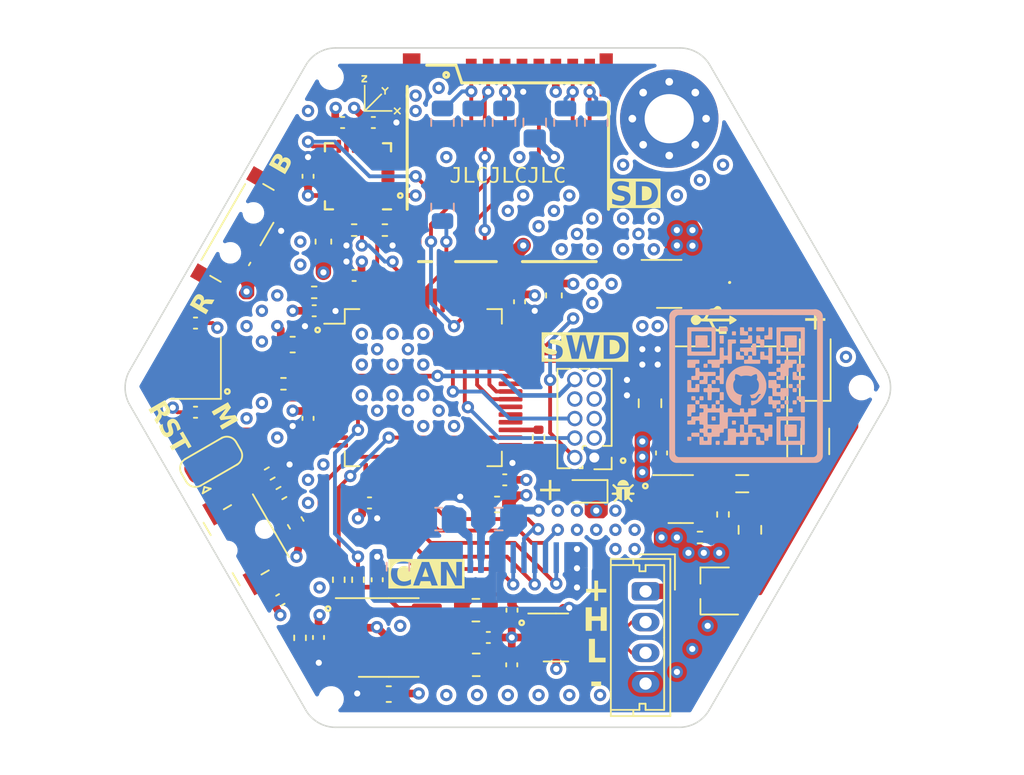
<source format=kicad_pcb>
(kicad_pcb (version 20221018) (generator pcbnew)
  (layers (0 "F.Cu" signal) (1 "In1.Cu" signal) (2 "In2.Cu" signal) (31 "B.Cu" signal) (34 "B.Paste" user) (35 "F.Paste" user) (36 "B.SilkS" user "B.Silkscreen") (37 "F.SilkS" user "F.Silkscreen") (38 "B.Mask" user) (39 "F.Mask" user) (44 "Edge.Cuts" user))
  (net 0 "")
  (net 1 "+3V3")
  (net 2 "GND")
  (net 3 "/MCU/HSE_IN")
  (net 4 "/MCU/XTAL_IN")
  (net 5 "/MCU/VCAP_1")
  (net 6 "/MCU/VCAP_2")
  (net 7 "/Sensors/CAN+")
  (net 8 "/Sensors/CAN-")
  (net 9 "/PMU/BUCK_IN")
  (net 10 "VBUS")
  (net 11 "+12V")
  (net 12 "TFT_DC")
  (net 13 "TFT_CS")
  (net 14 "TFT_SCK")
  (net 15 "TFT_MOSI")
  (net 16 "TFT_RST")
  (net 17 "/Connectors/D-")
  (net 18 "/Connectors/D+")
  (net 20 "SWDIO")
  (net 21 "NRST")
  (net 22 "SWCLK")
  (net 23 "SWO")
  (net 24 "/MCU/HSE_OUT")
  (net 25 "IMU_SDA")
  (net 26 "IMU_SCL")
  (net 27 "CAN_TX")
  (net 28 "Net-(U3-D)")
  (net 29 "/MCU/BOOT0")
  (net 30 "IMU_INT")
  (net 31 "BTN")
  (net 32 "CAN_RX")
  (net 33 "USB_D-")
  (net 34 "USB_D+")
  (net 35 "CAN_CONN-")
  (net 36 "CAN_CONN+")
  (net 37 "/PMU/BUCK_OUT")
  (net 38 "/PMU/BUCK_EN")
  (net 39 "/PMU/BUCK_BST")
  (net 40 "Net-(U3-R)")
  (net 41 "/Sensors/VREF")
  (net 42 "Net-(JP1-C)")
  (net 43 "Net-(U5-REGOUT)")
  (net 44 "Net-(U5-CPOUT)")
  (net 77 "/Sensors/CAN_RS")
  (net 79 "/PMU/POST_POL")
  (net 80 "/PMU/POST_FUSE")
  (net 81 "/MCU/DEBUG_LED")
  (net 83 "/Connectors/TFT_LEDA")
  (net 84 "SD_DAT2")
  (net 85 "SD_DAT3")
  (net 86 "SD_CMD")
  (net 87 "SD_CLK")
  (net 88 "SD_DAT0")
  (net 89 "SD_DAT1")
  (net 90 "SD_DET")
  (net 92 "Net-(C9-Pad1)")
  (net 93 "Net-(D1-A)")
  (net 94 "Net-(SW2-B)")
  (net 95 "CAN_SC")
  (footprint "SamacSys_Parts:101181920002LF" (layer "F.Cu") (at 138.636858 74.157083 120)
    (fp_text reference "J1" hide)
    (fp_text value "USB_B_Micro" hide)
  )
  (footprint "Capacitor_SMD:C_0402_1005Metric" (layer "F.Cu") (at 113.17 66.57 180)
    (fp_text reference "C19" hide)
    (fp_text value "10n")
  )
  (footprint "Capacitor_SMD:C_0805_2012Metric_Pad1.18x1.45mm_HandSolder" (layer "F.Cu") (at 131.17 84.836 -90)
    (fp_text reference "C15" hide)
    (fp_text value "10u")
  )
  (footprint "JLC:JLC_Tooling" (layer "F.Cu") (at 110.42 63.63)
    (fp_text reference "H3" hide)
    (fp_text value "~")
  )
  (footprint "Capacitor_SMD:C_0402_1005Metric" (layer "F.Cu") (at 122.189 98.298 -90)
    (fp_text reference "C21" hide)
    (fp_text value "100n")
  )
  (footprint "Resistor_SMD:R_0402_1005Metric" (layer "F.Cu") (at 108.4 100.1 -90)
    (fp_text reference "R14" hide)
    (fp_text value "47R")
  )
  (footprint "MountingHole:MountingHole_3.2mm_M3_Pad_Via" (layer "F.Cu") (at 132.42 66.32)
    (fp_text reference "H2" hide)
    (fp_text value "MountingHole")
  )
  (footprint "Resistor_SMD:R_0402_1005Metric" (layer "F.Cu") (at 106.426 89.408 -150)
    (fp_text reference "R1" hide)
    (fp_text value "10k")
  )
  (footprint "Jumper:SolderJumper-3_P1.3mm_Open_RoundedPad1.0x1.5mm" (layer "F.Cu") (at 102.616 88.646 30)
    (fp_text reference "JP1" hide)
    (fp_text value "Jumper_3_Bridged12" hide)
  )
  (footprint "Resistor_SMD:R_0402_1005Metric" (layer "F.Cu") (at 107.32 83.57)
    (fp_text reference "R4" hide)
    (fp_text value "47R")
  )
  (footprint "Connector_Molex:Molex_Micro-Latch_53253-0470_1x04_P2.00mm_Vertical" (layer "F.Cu") (at 130.881 97.076 -90)
    (fp_text reference "J4" hide)
    (fp_text value "Conn_01x04_Pin" hide)
  )
  (footprint "Resistor_SMD:R_0402_1005Metric" (layer "F.Cu") (at 112.17 96.32 -90)
    (fp_text reference "R16" hide)
    (fp_text value "100k")
  )
  (footprint "Resistor_SMD:R_0402_1005Metric" (layer "F.Cu") (at 123.92 87.07 90)
    (fp_text reference "R5" hide)
    (fp_text value "1k5")
  )
  (footprint "JLC:JLC_Tooling" (layer "F.Cu") (at 110.42 104.07)
    (fp_text reference "H5" hide)
    (fp_text value "~")
  )
  (footprint "Resistor_SMD:R_0402_1005Metric" (layer "F.Cu") (at 107.188 90.678 -150)
    (fp_text reference "R3" hide)
    (fp_text value "10R")
  )
  (footprint "Crystal:Crystal_SMD_3225-4Pin_3.2x2.5mm" (layer "F.Cu") (at 101.6 82.55 90)
    (fp_text reference "Y1" hide)
    (fp_text value "25MHz 12pF")
  )
  (footprint "LED_SMD:LED_0603_1608Metric" (layer "F.Cu") (at 126.92 90.57 180)
    (fp_text reference "D1" hide)
    (fp_text value "White")
  )
  (footprint "Resistor_SMD:R_0805_2012Metric" (layer "F.Cu") (at 119.841 98.298 180)
    (fp_text reference "R13" hide)
    (fp_text value "56R")
  )
  (footprint "Diode_SMD:D_SOD-123" (layer "F.Cu") (at 141.92 82.32 90)
    (fp_text reference "D2" hide)
    (fp_text value "B5819W")
  )
  (footprint "Inductor_SMD:L_1206_3216Metric" (layer "F.Cu") (at 141.92 87.32 90)
    (fp_text reference "F1" hide)
    (fp_text value "1A")
  )
  (footprint "Capacitor_SMD:C_0603_1608Metric" (layer "F.Cu") (at 107.92 81.02 180)
    (fp_text reference "C1" hide)
    (fp_text value "2u2")
  )
  (footprint "Symbol:Gyro_Logo" (layer "F.Cu") (at 113.67 64.82)
    (fp_text reference "G***" hide)
    (fp_text value "LOGO" hide)
  )
  (footprint "Connector_PinHeader_1.27mm:PinHeader_2x05_P1.27mm_Vertical" (layer "F.Cu") (at 127.545 88.37 180)
    (fp_text reference "J5" hide)
    (fp_text value "Conn_02x05_Odd_Even")
  )
  (footprint "Capacitor_SMD:C_0402_1005Metric" (layer "F.Cu") (at 101.6 85.42 180)
    (fp_text reference "C11" hide)
    (fp_text value "12p")
  )
  (footprint "Package_TO_SOT_SMD:SOT-23-6" (layer "F.Cu") (at 133.17 91.07)
    (fp_text reference "U2" hide)
    (fp_text value "LMR16006YQ3")
  )
  (footprint "Capacitor_SMD:C_0805_2012Metric_Pad1.18x1.45mm_HandSolder" (layer "F.Cu") (at 137.67 93.07 -90)
    (fp_text reference "C14" hide)
    (fp_text value "2u2")
  )
  (footprint "Symbol:USB_Logo_1mm" (layer "F.Cu") (at 135.32 79.42)
    (fp_text reference "G***" hide)
    (fp_text value "LOGO" hide)
  )
  (footprint "Capacitor_SMD:C_0402_1005Metric" (layer "F.Cu") (at 101.6 79.62)
    (fp_text reference "C10" hide)
    (fp_text value "12p")
  )
  (footprint "Capacitor_SMD:C_0402_1005Metric" (layer "F.Cu") (at 122.174 101.854 -90)
    (fp_text reference "C23" hide)
    (fp_text value "100n")
  )
  (footprint "Package_TO_SOT_SMD:SOT-23-6" (layer "F.Cu") (at 125.048 100.076)
    (fp_text reference "U4" hide)
    (fp_text value "USBLC6-2")
  )
  (footprint "Capacitor_SMD:C_0402_1005Metric" (layer "F.Cu") (at 121.72 89.82)
    (fp_text reference "C5" hide)
    (fp_text value "100n")
  )
  (footprint "Package_SO:SOIC-8_3.9x4.9mm_P1.27mm" (layer "F.Cu") (at 114.173 100.076)
    (fp_text reference "U3" hide)
    (fp_text value "SN65HVD230")
  )
  (footprint "Resistor_SMD:R_0402_1005Metric" (layer "F.Cu") (at 109.32 77.62)
    (fp_text reference "R2" hide)
    (fp_text value "10R")
  )
  (footprint "Resistor_SMD:R_0402_1005Metric" (layer "F.Cu") (at 134.42 93.57 180)
    (fp_text reference "R18" hide)
    (fp_text value "100k")
  )
  (footprint "Capacitor_SMD:C_0402_1005Metric" (layer "F.Cu") (at 131.92 88.07 90)
    (fp_text reference "C16" hide)
    (fp_text value "100n")
  )
  (footprint "Button_Switch_SMD:Panasonic_EVQPUL_EVQPUC" (layer "F.Cu") (at 104.902 93.722 120)
    (fp_text reference "SW1" hide)
    (fp_text value "SW_Panasonic_EVQPUC" hide)
  )
  (footprint "JLC:JLC_Tooling" (layer "F.Cu") (at 144.92 83.82)
    (fp_text reference "H4" hide)
    (fp_text value "~")
  )
  (footprint "Capacitor_SMD:C_0603_1608Metric" (layer "F.Cu") (at 108.12 92.62 -60)
    (fp_text reference "C8" hide)
    (fp_text value "2u2")
  )
  (footprint "Capacitor_SMD:C_0603_1608Metric" (layer "F.Cu") (at 109.92 74.32 -90)
    (fp_text reference "C26" hide)
    (fp_text value "2u2")
  )
  (footprint "Capacitor_SMD:C_0402_1005Metric" (layer "F.Cu") (at 108.92 85.82 90)
    (fp_text reference "C7" hide)
    (fp_text value "100n")
  )
  (footprint "Capacitor_SMD:C_0402_1005Metric" (layer "F.Cu") (at 120.65 100.076)
    (fp_text reference "C22" hide)
    (fp_text value "100n")
  )
  (footprint "Capacitor_SMD:C_0402_1005Metric" (layer "F.Cu") (at 113.42 96.32 90)
    (fp_text reference "C24" hide)
    (fp_text value "100n")
  )
  (footprint "Button_Switch_SMD:SW_SPDT_PCM12" (layer "F.Cu") (at 104.902 73.914 -120)
    (fp_text reference "SW2" hide)
    (fp_text value "SW_SPDT")
  )
  (footprint "Capacitor_SMD:C_0402_1005Metric" (layer "F.Cu") (at 109.601 100.076 90)
    (fp_text reference "C18" hide)
    (fp_text value "100n")
  )
  (footprint "Capacitor_SMD:C_0402_1005Metric" (layer "F.Cu") (at 122.682 78.232 90)
    (fp_text reference "C6" hide)
    (fp_text value "100n")
  )
  (footprint "Capacitor_SMD:C_0402_1005Metric" (layer "F.Cu") (at 107.12 97.62 -150)
    (fp_text reference "C9" hide)
    (fp_text value "100n")
  )
  (footprint "Sensor_Motion:InvenSense_QFN-24_4x4mm_P0.5mm" (layer "F.Cu") (at 112.17 70.07 180)
    (fp_text reference "U5" hide)
    (fp_text value "MPU-6050")
  )
  (footprint "Package_QFP:LQFP-64_10x10mm_P0.5mm" (layer "F.Cu") (at 116.42 83.82)
    (fp_text reference "U1" hide)
    (fp_text value "STM32F405RGT6")
  )
  (footprint "SamacSys_Parts:503398-1892" (layer "F.Cu") (at 115.37 61.57)
    (fp_text reference "J3" hide)
    (fp_text value "Micro_SD_Card" hide)
  )
  (footprint "Resistor_SMD:R_0402_1005Metric" (layer "F.Cu") (at 113.92 73.57)
    (fp_text reference "R7" hide)
    (fp_text value "1k5")
  )
  (footprint "Resistor_SMD:R_0402_1005Metric" (layer "F.Cu") (at 111.92 73.57 180)
    (fp_text reference "R6" hide)
    (fp_text value "1k5")
  )
  (footprint "Capacitor_SMD:C_0603_1608Metric" (layer "F.Cu") (at 114.173 103.759)
    (fp_text reference "C17" hide)
    (fp_text value "2u2")
  )
  (footprint "Resistor_SMD:R_0402_1005Metric" (layer "F.Cu") (at 110.92 96.32 -90)
    (fp_text reference "R12" hide)
    (fp_text value "47R")
  )
  (footprint "Inductor_SMD:L_7.3x7.3_H4.5" (layer "F.Cu") (at 136.398 84.836 90)
    (fp_text reference "L1" hide)
    (fp_text value "3u3")
  )
  (footprint "Capacitor_SMD:C_0402_1005Metric" (layer "F.Cu") (at 111.17 66.57 180)
    (fp_text reference "C25" hide)
    (fp_text value "100n")
  )
  (footprint "Package_TO_SOT_SMD:TSOT-23" (layer "F.Cu") (at 135.4 97.07 180)
    (fp_text reference "Q1" hide)
    (fp_text value "Q_PMOS_GSD")
  )
  (footprint "Capacitor_SMD:C_0402_1005Metric" (layer "F.Cu") (at 111.92 76.52)
    (fp_text reference "C3" hide)
    (fp_text value "100n")
  )
  (footprint "Capacitor_SMD:C_0603_1608Metric" (layer "F.Cu") (at 124.92 77.82 90)
    (fp_text reference "C13" hide)
    (fp_text value "2u2")
  )
  (footprint "Resistor_SMD:R_0402_1005Metric" (layer "F.Cu") (at 135.92 92.07 -90)
    (fp_text reference "R10" hide)
    (fp_text value "100k")
  )
  (footprint "Capacitor_SMD:C_0402_1005Metric" (layer "F.Cu") (at 109.32 78.82 180)
    (fp_text reference "C2" hide)
    (fp_text value "100n")
  )
  (footprint "Capacitor_SMD:C_0603_1608Metric" (layer "F.Cu") (at 121.22 91.42)
    (fp_text reference "C12" hide)
    (fp_text value "2u2")
  )
  (footprint "Capacitor_SMD:C_0402_1005Metric" (layer "F.Cu") (at 108.92 70.07 -90)
    (fp_text reference "C20" hide)
    (fp_text value "100n")
  )
  (footprint "Capacitor_SMD:C_0402_1005Metric" (layer "F.Cu") (at 112.92 91.32 180)
    (fp_text reference "C4" hide)
    (fp_text value "100n")
  )
  (footprint "Symbol:Bug_Logo" (layer "F.Cu") (at 129.42 90.57)
    (fp_text reference "G***" hide)
    (fp_text value "LOGO" hide)
  )
  (footprint "Inductor_SMD:L_0805_2012Metric" (layer "F.Cu") (at 137.17 90.07 180)
    (fp_text reference "FB1" hide)
    (fp_text value "100 @ 100MHz")
  )
  (footprint "Package_TO_SOT_SMD:SOT-23-6" (layer "F.Cu") (at 132.42 77.07)
    (fp_text reference "U6" hide)
    (fp_text value "USBLC6-2")
  )
  (footprint "Resistor_SMD:R_0805_2012Metric" (layer "F.Cu") (at 119.861 101.854)
    (fp_text reference "R15" hide)
    (fp_text value "56R")
  )
  (footprint "Capacitor_SMD:C_0805_2012Metric_Pad1.18x1.45mm_HandSolder" (layer "B.Cu") (at 123.67 66.57 -90)
    (fp_text reference "C27" hide)
    (fp_text value "100n")
  )
  (footprint "Resistor_SMD:R_0805_2012Metric" (layer "B.Cu") (at 119.67 66.57 -90)
    (fp_text reference "R9" hide)
    (fp_text value "47k")
  )
  (footprint "Capacitor_SMD:C_0805_2012Metric_Pad1.18x1.45mm_HandSolder" (layer "B.Cu") (at 121.32 92.37)
    (fp_text reference "C28" hide)
    (fp_text value "100n")
  )
  (footprint "Symbol:GitHubQR_Logo" (layer "B.Cu") (at 137.42 83.82 180)
    (fp_text reference "G***" hide)
    (fp_text value "LOGO" hide)
  )
  (footprint "Resistor_SMD:R_0805_2012Metric_Pad1.20x1.40mm_HandSolder" (layer "B.Cu") (at 117.42 92.37)
    (fp_text reference "R17" hide)
    (fp_text value "10R")
  )
  (footprint "Resistor_SMD:R_0805_2012Metric" (layer "B.Cu") (at 121.67 66.57 -90)
    (fp_text reference "R11" hide)
    (fp_text value "47k")
  )
  (footprint "Resistor_SMD:R_0805_2012Metric" (layer "B.Cu") (at 117.67 66.57 -90)
    (fp_text reference "R8" hide)
    (fp_text value "47k")
  )
  (footprint "Resistor_SMD:R_0805_2012Metric" (layer "B.Cu") (at 117.67 72.07 90)
    (fp_text reference "R21" hide)
    (fp_text value "47k")
  )
  (footprint "Resistor_SMD:R_0805_2012Metric" (layer "B.Cu") (at 125.67 66.57 -90)
    (fp_text reference "R19" hide)
    (fp_text value "47k")
  )
  (footprint "Display:ER_TFT128-1" (layer "B.Cu") (at 121.92 83.82 180)
    (fp_text reference "H1" hide)
    (fp_text value "ER_TFT128-1")
  )
  (footprint "Capacitor_SMD:C_0805_2012Metric_Pad1.18x1.45mm_HandSolder" (layer "B.Cu") (at 114.77 95.47 -90)
    (fp_text reference "C29" hide)
    (fp_text value "2u2")
  )
  (footprint "Resistor_SMD:R_0805_2012Metric" (layer "B.Cu") (at 127.67 66.57 -90)
    (fp_text reference "R20" hide)
    (fp_text value "47k")
  )
  (gr_circle (center 129.42 88.57) (end 129.47 88.62) (stroke (width 0.15)) (fill none) (layer "F.SilkS"))
  (gr_circle (center 103.67 84.07) (end 103.72 84.12) (stroke (width 0.15)) (fill none) (layer "F.SilkS"))
  (gr_circle (center 109.545 80.07) (end 109.595 80.12) (stroke (width 0.15)) (fill none) (layer "F.SilkS"))
  (gr_circle (center 130.866 90.22) (end 130.916 90.27) (stroke (width 0.15)) (fill none) (layer "F.SilkS"))
  (gr_circle (center 122.82 99.12) (end 122.87 99.17) (stroke (width 0.15)) (fill none) (layer "F.SilkS"))
  (gr_circle (center 110.22 98.19929) (end 110.27 98.24929) (stroke (width 0.15)) (fill none) (layer "F.SilkS"))
  (gr_circle (center 114.92 71.32) (end 114.97 71.37) (stroke (width 0.15)) (fill none) (layer "F.SilkS"))
  (gr_arc (start 146.51875 82.695) (mid 146.82 83.82) (end 146.51875 84.945) (stroke (width 0.1)) (layer "Edge.Cuts"))
  (gr_arc (start 135.020539 104.79156) (mid 134.196719 105.617564) (end 133.07 105.92) (stroke (width 0.1)) (layer "Edge.Cuts"))
  (gr_line (start 133.12 61.72) (end 110.72 61.72) (stroke (width 0.1)) (layer "Edge.Cuts"))
  (gr_arc (start 133.12 61.72) (mid 134.235981 62.016263) (end 135.058073 62.827034) (stroke (width 0.1)) (layer "Edge.Cuts"))
  (gr_arc (start 97.320001 84.945) (mid 97.018751 83.82) (end 97.320001 82.695) (stroke (width 0.1)) (layer "Edge.Cuts"))
  (gr_line (start 97.320001 82.695) (end 108.760298 62.864527) (stroke (width 0.1)) (layer "Edge.Cuts"))
  (gr_arc (start 110.72 105.92) (mid 109.585278 105.612912) (end 108.760298 104.775473) (stroke (width 0.1)) (layer "Edge.Cuts"))
  (gr_line (start 110.72 105.92) (end 133.07 105.92) (stroke (width 0.1)) (layer "Edge.Cuts"))
  (gr_line (start 146.51875 82.695) (end 135.058073 62.827034) (stroke (width 0.1)) (layer "Edge.Cuts"))
  (gr_line (start 97.320001 84.945) (end 108.760298 104.775473) (stroke (width 0.1)) (layer "Edge.Cuts"))
  (gr_arc (start 108.760298 62.864527) (mid 109.585278 62.027088) (end 110.72 61.72) (stroke (width 0.1)) (layer "Edge.Cuts"))
  (gr_line (start 146.51875 84.945) (end 135.020539 104.79156) (stroke (width 0.1)) (layer "Edge.Cuts"))
  (gr_text "+" (at 127.67 97.07) (layer "F.SilkS") (effects (font (size 1.5 1.5) (thickness 0.2) bold)))
  (gr_text "M" (at 103.42 85.72 300) (layer "F.SilkS") (effects (font (size 1.2 1.2) (thickness 0.2) bold)))
  (gr_text "SD" (at 130.17 71.32) (layer "F.SilkS" knockout) (effects (font (size 1.5 1.5) (thickness 0.14) bold)))
  (gr_text "L" (at 127.67 101.07) (layer "F.SilkS") (effects (font (size 1.5 1.5) (thickness 0.3) bold)))
  (gr_text "-" (at 127.67 103.07) (layer "F.SilkS") (effects (font (size 1.5 1.5) (thickness 0.3) bold)))
  (gr_text "CAN" (at 116.67 96.07) (layer "F.SilkS" knockout) (effects (font (size 1.5 1.5) (thickness 0.14) bold)))
  (gr_text "SWD" (at 126.92 81.32) (layer "F.SilkS" knockout) (effects (font (size 1.5 1.5) (thickness 0.2) bold)))
  (gr_text "+" (at 141.92 79.42) (layer "F.SilkS") (effects (font (size 1.5 1.5))))
  (gr_text "RST" (at 100.72 88.02 300) (layer "F.SilkS") (effects (font (size 1.2 1.2) (thickness 0.2) bold) (justify right)))
  (gr_text "B" (at 106.92 69.82 60) (layer "F.SilkS") (effects (font (size 1.2 1.2) (thickness 0.2) bold) (justify left)))
  (gr_text "R" (at 102.42 77.82 60) (layer "F.SilkS") (effects (font (size 1.2 1.2) (thickness 0.2) bold) (justify right)))
  (gr_text "JLCJLCJLC" (at 121.92 70.07) (layer "F.SilkS") (effects (font (size 1 1))))
  (gr_text "+" (at 124.67 89.57 180) (layer "F.SilkS") (effects (font (size 1.5 1.5)) (justify bottom)))
  (gr_text "H" (at 127.67 99.02) (layer "F.SilkS") (effects (font (size 1.5 1.5) (thickness 0.3) bold)))
  (segment (start 122.155614 88.72) (end 122.22 88.72) (width 0.5) (layer "F.Cu") (net 1))
  (segment (start 113.4 91.32) (end 113.4 92.3) (width 0.5) (layer "F.Cu") (net 1))
  (segment (start 110.745 86.07) (end 109.15 86.07) (width 0.3) (layer "F.Cu") (net 1))
  (segment (start 114.43 74.56) (end 114.42 74.57) (width 0.5) (layer "F.Cu") (net 1))
  (segment (start 122.682 78.712) (end 123.562 78.712) (width 0.5) (layer "F.Cu") (net 1))
  (segment (start 125.073 98.597236) (end 125.516801 98.153435) (width 0.5) (layer "F.Cu") (net 1))
  (segment (start 122.432 80.07) (end 122.682 79.82) (width 0.3) (layer "F.Cu") (net 1))
  (segment (start 113.4 92.3) (end 113.42 92.32) (width 0.5) (layer "F.Cu") (net 1))
  (segment (start 114.43 73.57) (end 114.43 74.56) (width 0.5) (layer "F.Cu") (net 1))
  (segment (start 113.398 103.759) (end 113.398 101.714) (width 0.5) (layer "F.Cu") (net 1))
  (segment (start 111.41 73.57) (end 111.41 74.56) (width 0.5) (layer "F.Cu") (net 1))
  (segment (start 123.562 78.712) (end 123.67 78.82) (width 0.5) (layer "F.Cu") (net 1))
  (segment (start 122.682 79.82) (end 122.682 78.712) (width 0.3) (layer "F.Cu") (net 1))
  (segment (start 107.200675 88.819998) (end 107.72 88.819998) (width 0.5) (layer "F.Cu") (net 1))
  (segment (start 113.398 101.714) (end 112.395 100.711) (width 0.5) (layer "F.Cu") (net 1))
  (segment (start 114.67 66.57) (end 113.65 66.57) (width 0.5) (layer "F.Cu") (net 1))
  (segment (start 125.073 99.68305) (end 125.073 98.597236) (width 0.5) (layer "F.Cu") (net 1))
  (segment (start 113.4 91.32) (end 113.67 91.05) (width 0.3) (layer "F.Cu") (net 1))
  (segment (start 113.67 91.05) (end 113.67 89.495) (width 0.3) (layer "F.Cu") (net 1))
  (segment (start 106.867673 89.153) (end 107.200675 88.819998) (width 0.5) (layer "F.Cu") (net 1))
  (segment (start 112.12 103.72) (end 113.359 103.72) (width 0.5) (layer "F.Cu") (net 1))
  (segment (start 126.1855 100.076) (end 125.46595 100.076) (width 0.5) (layer "F.Cu") (net 1))
  (segment (start 108.92 86.3) (end 107.94 86.3) (width 0.5) (layer "F.Cu") (net 1))
  (segment (start 125.516801 98.153435) (end 125.911247 98.153435) (width 0.5) (layer "F.Cu") (net 1))
  (segment (start 129.67 84.32) (end 129.67 91.07) (width 0.25) (layer "F.Cu") (net 1))
  (segment (start 111.698 100.711) (end 109.756 100.711) (width 0.5) (layer "F.Cu") (net 1))
  (segment (start 108.92 68.82) (end 108.92 69.59) (width 0.5) (layer "F.Cu") (net 1))
  (segment (start 112.395 100.711) (end 111.698 100.711) (width 0.5) (layer "F.Cu") (net 1))
  (segment (start 130.62 92.02) (end 132.0325 92.02) (width 0.25) (layer "F.Cu") (net 1))
  (segment (start 111.44 75.64) (end 111.42 75.62) (width 0.5) (layer "F.Cu") (net 1))
  (segment (start 129.67 91.07) (end 130.62 92.02) (width 0.25) (layer "F.Cu") (net 1))
  (segment (start 112.92 67.593959) (end 113.65 66.863959) (width 0.3) (layer "F.Cu") (net 1))
  (segment (start 113.359 103.72) (end 113.398 103.759) (width 0.5) (layer "F.Cu") (net 1))
  (segment (start 122.095 80.07) (end 122.432 80.07) (width 0.3) (layer "F.Cu") (net 1))
  (segment (start 122.92 64.57) (end 122.84 64.49) (width 0.5) (layer "F.Cu") (net 1))
  (segment (start 110.22 68.82) (end 108.92 68.82) (width 0.3) (layer "F.Cu") (net 1))
  (segment (start 113.65 66.863959) (end 113.65 66.57) (width 0.3) (layer "F.Cu") (net 1))
  (segment (start 109.62 101.72) (end 109.62 100.575) (width 0.5) (layer "F.Cu") (net 1))
  (segment (start 111.41 74.56) (end 111.42 74.57) (width 0.5) (layer "F.Cu") (net 1))
  (segment (start 122.84 64.49) (end 122.84 62.97) (width 0.5) (layer "F.Cu") (net 1))
  (segment (start 109.15 86.07) (end 108.92 86.3) (width 0.3) (layer "F.Cu") (net 1))
  (segment (start 125.46595 100.076) (end 125.073 99.68305) (width 0.5) (layer "F.Cu") (net 1))
  (segment (start 109.756 100.711) (end 109.601 100.556) (width 0.5) (layer "F.Cu") (net 1))
  (segment (start 109.62 100.575) (end 109.601 100.556) (width 0.5) (layer "F.Cu") (net 1))
  (segment (start 112.92 68.12) (end 112.92 67.593959) (width 0.3) (layer "F.Cu") (net 1))
  (segment (start 109.812299 78.832299) (end 109.8 78.82) (width 0.5) (layer "F.Cu") (net 1))
  (segment (start 107.94 86.3) (end 107.92 86.32) (width 0.5) (layer "F.Cu") (net 1))
  (via (at 125.911247 98.153435) (size 0.8) (drill 0.4) (layers "F.Cu" "B.Cu") (net 1))
  (via (at 110.707701 78.832299) (size 0.8) (drill 0.4) (layers "F.Cu" "B.Cu") (net 1))
  (via (at 112.12 103.72) (size 0.8) (drill 0.4) (layers "F.Cu" "B.Cu") (net 1))
  (via (at 114.67 66.57) (size 0.8) (drill 0.4) (layers "F.Cu" "B.Cu") (net 1))
  (via (at 107.72 88.819998) (size 0.8) (drill 0.4) (layers "F.Cu" "B.Cu") (net 1))
  (via (at 111.42 74.57) (size 0.8) (drill 0.4) (layers "F.Cu" "B.Cu") (net 1))
  (via (at 129.67 83.32) (size 0.8) (drill 0.4) (layers "F.Cu" "B.Cu") (net 1))
  (via (at 107.17 73.62) (size 0.8) (drill 0.4) (layers "F.Cu" "B.Cu") (net 1))
  (via (at 118.82 90.92) (size 0.8) (drill 0.4) (layers "F.Cu" "B.Cu") (net 1))
  (via (at 108.92 68.82) (size 0.8) (drill 0.4) (layers "F.Cu" "B.Cu") (net 1))
  (via (at 131.67 82.32) (size 0.8) (drill 0.4) (layers "F.Cu" "B.Cu") (net 1))
  (via (at 111.42 75.62) (size 0.8) (drill 0.4) (layers "F.Cu" "B.Cu") (net 1))
  (via (at 107.92 86.32) (size 0.8) (drill 0.4) (layers "F.Cu" "B.Cu") (net 1))
  (via (at 108.72 79.82) (size 0.8) (drill 0.4) (layers "F.Cu" "B.Cu") (net 1))
  (via (at 123.67 78.82) (size 0.8) (drill 0.4) (layers "F.Cu" "B.Cu") (net 1))
  (via (at 109.62 101.72) (size 0.8) (drill 0.4) (layers "F.Cu" "B.Cu") (net 1))
  (via (at 129.67 84.32) (size 0.8) (drill 0.4) (layers "F.Cu" "B.Cu") (net 1))
  (via (at 130.67 82.32) (size 0.8) (drill 0.4) (layers "F.Cu" "B.Cu") (net 1))
  (via (at 130.67 81.32) (size 0.8) (drill 0.4) (layers "F.Cu" "B.Cu") (net 1))
  (via (at 122.22 88.72) (size 0.8) (drill 0.4) (layers "F.Cu" "B.Cu") (net 1))
  (via (at 122.92 64.57) (size 0.8) (drill 0.4) (layers "F.Cu" "B.Cu") (net 1))
  (via (at 131.67 81.32) (size 0.8) (drill 0.4) (layers "F.Cu" "B.Cu") (net 1))
  (via (at 114.42 74.57) (size 0.8) (drill 0.4) (layers "F.Cu" "B.Cu") (net 1))
  (via (at 113.42 92.32) (size 0.8) (drill 0.4) (layers "F.Cu" "B.Cu") (net 1))
  (segment (start 120.17 92.4825) (end 120.2825 92.37) (width 0.5) (layer "B.Cu") (net 1))
  (segment (start 119.02 90.92) (end 120.2825 92.1825) (width 0.5) (layer "B.Cu") (net 1))
  (segment (start 120.17 94.88) (end 120.17 92.4825) (width 0.5) (layer "B.Cu") (net 1))
  (segment (start 123.67 65.5325) (end 122.92 64.7825) (width 0.5) (layer "B.Cu") (net 1))
  (segment (start 120.2825 92.1825) (end 120.2825 92.37) (width 0.5) (layer "B.Cu") (net 1))
  (segment (start 118.82 90.92) (end 119.02 90.92) (width 0.5) (layer "B.Cu") (net 1))
  (segment (start 122.92 64.7825) (end 122.92 64.57) (width 0.5) (layer "B.Cu") (net 1))
  (segment (start 121.67 67.4825) (end 121.67 67.7755) (width 0.5) (layer "B.Cu") (net 1))
  (segment (start 119.67 67.4825) (end 119.67 67.545402) (width 0.5) (layer "B.Cu") (net 1))
  (segment (start 123.119984 89.82) (end 123.12 89.819984) (width 0.5) (layer "F.Cu") (net 2))
  (segment (start 125.072977 100.672977) (end 125.072977 102.120012) (width 0.5) (layer "F.Cu") (net 2))
  (segment (start 121.13 100.076) (end 122.174 100.076) (width 0.5) (layer "F.Cu") (net 2))
  (segment (start 112.42 66.84) (end 112.42 68.12) (width 0.3) (layer "F.Cu") (net 2))
  (segment (start 131.87 77.07) (end 131.2825 77.07) (width 0.5) (layer "F.Cu") (net 2))
  (segment (start 102.45 81.45) (end 102.08 81.08) (width 0.25) (layer "F.Cu") (net 2))
  (segment (start 107.145 80.045001) (end 107.145 81.02) (width 0.5) (layer "F.Cu") (net 2))
  (segment (start 114.12 71.32) (end 115.920002 71.32) (width 0.3) (layer "F.Cu") (net 2))
  (segment (start 112.44 91.32) (end 112.44 91.277035) (width 0.3) (layer "F.Cu") (net 2))
  (segment (start 123.9105 100.076) (end 124.476 100.076) (width 0.5) (layer "F.Cu") (net 2))
  (segment (start 122.174 100.076) (end 122.174 98.793) (width 0.5) (layer "F.Cu") (net 2))
  (segment (start 102.853378 91.873683) (end 103.759 92.329) (width 0.3) (layer "F.Cu") (net 2))
  (segment (start 110.22 71.32) (end 108.920006 71.32) (width 0.3) (layer "F.Cu") (net 2))
  (segment (start 123.602 77.752) (end 123.67 77.82) (width 0.5) (layer "F.Cu") (net 2))
  (segment (start 107.94 85.34) (end 107.92 85.32) (width 0.5) (layer "F.Cu") (net 2))
  (segment (start 113.42 95.84) (end 113.42 94.82) (width 0.5) (layer "F.Cu") (net 2))
  (segment (start 125.038915 64.565025) (end 125.04 64.56394) (width 0.5) (layer "F.Cu") (net 2))
  (segment (start 110.69 65.65) (end 110.72 65.62) (width 0.5) (layer "F.Cu") (net 2))
  (segment (start 102.08 81.08) (end 102.08 79.62) (width 0.25) (layer "F.Cu") (net 2))
  (segment (start 108.84 78.82) (end 107.920024 78.82) (width 0.5) (layer "F.Cu") (net 2))
  (segment (start 108.92 70.55) (end 108.92 71.320006) (width 0.5) (layer "F.Cu") (net 2))
  (segment (start 110.69 66.57) (end 110.69 65.65) (width 0.5) (layer "F.Cu") (net 2))
  (segment (start 126.145 77.045) (end 124.92 77.045) (width 0.5) (layer "F.Cu") (net 2))
  (segment (start 122.2 89.82) (end 123.119984 89.82) (width 0.5) (layer "F.Cu") (net 2))
  (segment (start 108.920006 71.32) (end 108.92 71.320006) (width 0.3) (layer "F.Cu") (net 2))
  (segment (start 112.4 76.52) (end 112.421041 76.52) (width 0.3) (layer "F.Cu") (net 2))
  (segment (start 125.04 64.56394) (end 125.04 62.97) (width 0.5) (layer "F.Cu") (net 2))
  (segment (start 112.69 66.57) (end 112.42 66.84) (width 0.3) (layer "F.Cu") (net 2))
  (segment (start 112.4 75.64) (end 112.42 75.62) (width 0.5) (layer "F.Cu") (net 2))
  (segment (start 109.601 98.689) (end 109.67 98.62) (width 0.5) (layer "F.Cu") (net 2))
  (segment (start 109.15 85.57) (end 108.92 85.34) (width 0.3) (layer "F.Cu") (net 2))
  (segment (start 123.9105 100.076) (end 122.174 100.076) (width 0.5) (layer "F.Cu") (net 2))
  (segment (start 126.17 77.07) (end 126.145 77.045) (width 0.5) (layer "F.Cu") (net 2))
  (segment (start 112.44 92.050004) (end 112.170004 92.32) (width 0.5) (layer "F.Cu") (net 2))
  (segment (start 110.69 66.57) (end 110.69 66.863959) (width 0.3) (layer "F.Cu") (net 2))
  (segment (start 109.601 99.596) (end 109.601 98.689) (width 0.5) (layer "F.Cu") (net 2))
  (segment (start 105.41 95.25) (end 105.478378 96.420317) (width 0.3) (layer "F.Cu") (net 2))
  (segment (start 110.745 85.57) (end 109.15 85.57) (width 0.3) (layer "F.Cu") (net 2))
  (segment (start 112.44 91.277035) (end 113.17 90.547035) (width 0.3) (layer "F.Cu") (net 2))
  (segment (start 122.174 101.374) (end 122.174 100.076) (width 0.5) (layer "F.Cu") (net 2))
  (segment (start 112.44 91.32) (end 112.44 92.050004) (width 0.5) (layer "F.Cu") (net 2))
  (segment (start 113.4 99.4) (end 113.359 99.441) (width 0.5) (layer "F.Cu") (net 2))
  (segment (start 106.92 79.820001) (end 107.145 80.045001) (width 0.5) (layer "F.Cu") (net 2))
  (segment (start 101.12 85.42) (end 101.12 84.02) (width 0.25) (layer "F.Cu") (net 2))
  (segment (start 101.12 84.02) (end 100.75 83.65) (width 0.25) (layer "F.Cu") (net 2))
  (segment (start 112.4 76.52) (end 112.4 75.64) (width 0.5) (layer "F.Cu") (net 2))
  (segment (start 100.12 85.12) (end 100.42 85.42) (width 0.25) (layer "F.Cu") (net 2))
  (segment (start 114.987 103.72) (end 114.948 103.759) (width 0.5) (layer "F.Cu") (net 2))
  (segment (start 109.92 76.32) (end 109.92 75.095) (width 1) (layer "F.Cu") (net 2))
  (segment (start 113.17 77.268959) (end 113.17 78.145) (width 0.3) (layer "F.Cu") (net 2))
  (segment (start 108.92 85.34) (end 107.94 85.34) (width 0.5) (layer "F.Cu") (net 2))
  (segment (start 121.995 91.42) (end 122.595 90.82) (width 0.5) (layer "F.Cu") (net 2))
  (segment (start 112.69 66.39) (end 111.92 65.62) (width 0.5) (layer "F.Cu") (net 2))
  (segment (start 122.595 90.82) (end 123.12001 90.82) (width 0.5) (layer "F.Cu") (net 2))
  (segment (start 111.698 99.441) (end 109.756 99.441) (width 0.5) (layer "F.Cu") (net 2))
  (segment (start 103.02 79.92) (end 102.72 79.62) (width 0.25) (layer "F.Cu") (net 2))
  (segment (start 122.015 75.475) (end 122.92 74.57) (width 1) (layer "F.Cu") (net 2))
  (segment (start 112.421041 76.52) (end 113.17 77.268959) (width 0.3) (layer "F.Cu") (net 2))
  (segment (start 103.759 92.329) (end 105.41 95.25) (width 0.3) (layer "F.Cu") (net 2))
  (segment (start 124.476 100.076) (end 125.072977 100.672977) (width 0.5) (layer "F.Cu") (net 2))
  (segment (start 132.445 76.495) (end 131.87 77.07) (width 0.5) (layer "F.Cu") (net 2))
  (segment (start 113.359 99.441) (end 111.698 99.441) (width 0.5) (layer "F.Cu") (net 2))
  (segment (start 132.92 74.57) (end 132.445 75.045) (width 0.5) (layer "F.Cu") (net 2))
  (segment (start 122.682 77.752) (end 123.602 77.752) (width 0.5) (layer "F.Cu") (net 2))
  (segment (start 105.478378 96.420317) (end 106.704308 97.86) (width 0.5) (layer "F.Cu") (net 2))
  (segment (start 122.174 98.793) (end 122.189 98.778) (width 0.5) (layer "F.Cu") (net 2))
  (segment (start 114.17 102.981) (end 114.948 103.759) (width 0.5) (layer "F.Cu") (net 2))
  (segment (start 122.015 75.51) (end 122.015 75.475) (width 1) (layer "F.Cu") (net 2))
  (segment (start 116.12 103.72) (end 114.987 103.72) (width 0.5) (layer "F.Cu") (net 2))
  (segment (start 109.756 99.441) (end 109.601 99.596) (width 0.5) (layer "F.Cu") (net 2))
  (segment (start 113.4 99.4) (end 114.17 100.17) (width 0.5) (layer "F.Cu") (net 2))
  (segment (start 108.5075 93.29117) (end 108.17 94.82) (width 0.5) (layer "F.Cu") (net 2))
  (segment (start 113.17 90.547035) (end 113.17 89.495) (width 0.3) (layer "F.Cu") (net 2))
  (segment (start 106.704308 97.86) (end 107.12 98.62) (width 0.5) (layer "F.Cu") (net 2))
  (segment (start 112.69 66.57) (end 112.69 66.39) (width 0.5) (layer "F.Cu") (net 2))
  (segment (start 111.42 67.593959) (end 111.42 68.12) (width 0.3) (layer "F.Cu") (net 2))
  (segment (start 114.17 100.17) (end 114.17 102.981) (width 0.5) (layer "F.Cu") (net 2))
  (segment (start 102.72 79.62) (end 102.08 79.62) (width 0.25) (layer "F.Cu") (net 2))
  (segment (start 110.69 66.863959) (end 111.42 67.593959) (width 0.3) (layer "F.Cu") (net 2))
  (segment (start 100.42 85.42) (end 101.12 85.42) (width 0.25) (layer "F.Cu") (net 2))
  (segment (start 132.445 75.045) (end 132.445 76.495) (width 0.5) (layer "F.Cu") (net 2))
  (via (at 129.42 72.82) (size 0.8) (drill 0.4) (layers "F.Cu" "B.Cu") (net 2))
  (via (at 143.92 81.82) (size 0.8) (drill 0.4) (layers "F.Cu" "B.Cu") (net 2))
  (via (at 133.67 94.57) (size 0.8) (drill 0.4) (layers "F.Cu" "B.Cu") (net 2))
  (via (at 121.92 72.32) (size 0.8) (drill 0.4) (layers "F.Cu" "B.Cu") (net 2))
  (via (at 128.92 91.82) (size 0.8) (drill 0.4) (layers "F.Cu" "B.Cu") (net 2))
  (via (at 112.42 75.62) (size 0.8) (drill 0.4) (layers "F.Cu" "B.Cu") (net 2))
  (via (at 119.92 103.82) (size 0.8) (drill 0.4) (layers "F.Cu" "B.Cu") (net 2))
  (via (at 125.92 71.32) (size 0.8) (drill 0.4) (layers "F.Cu" "B.Cu") (net 2))
  (via (at 128.92 94.32) (size 0.8) (drill 0.4) (layers "F.Cu" "B.Cu") (net 2))
  (via (at 115.92 65.82) (size 0.8) (drill 0.4) (layers "F.Cu" "B.Cu") (net 2))
  (via (at 105.92 80.82) (size 0.8) (drill 0.4) (layers "F.Cu" "B.Cu") (net 2))
  (via (at 105.92 78.82) (size 0.8) (drill 0.4) (layers "F.Cu" "B.Cu") (net 2))
  (via (at 126.42 93.07) (size 0.8) (drill 0.4) (layers "F.Cu" "B.Cu") (net 2))
  (via (at 109.92 76.32) (size 0.8) (drill 0.4) (layers "F.Cu" "B.Cu") (net 2))
  (via (at 107.12 98.62) (size 0.8) (drill 0.4) (layers "F.Cu" "B.Cu") (net 2))
  (via (at 108.92 71.320006) (size 0.8) (drill 0.4) (layers "F.Cu" "B.Cu") (net 2))
  (via (at 123.67 77.82) (size 0.8) (drill 0.4) (layers "F.Cu" "B.Cu") (net 2))
  (via (at 118.42 86.32) (size 0.8) (drill 0.4) (layers "F.Cu" "B.Cu") (net 2))
  (via (at 121.92 103.82) (size 0.8) (drill 0.4) (layers "F.Cu" "B.Cu") (net 2))
  (via (at 123.92 73.32) (size 0.8) (drill 0.4) (layers "F.Cu" "B.Cu") (net 2))
  (via (at 114.42 84.32) (size 0.8) (drill 0.4) (layers "F.Cu" "B.Cu") (net 2))
  (via (at 129.42 69.32) (size 0.8) (drill 0.4) (layers "F.Cu" "B.Cu") (net 2))
  (via (at 123.92 91.82) (size 0.8) (drill 0.4) (layers "F.Cu" "B.Cu") (net 2))
  (via (at 117.42 85.32) (size 0.8) (drill 0.4) (layers "F.Cu" "B.Cu") (net 2))
  (via (at 108.42 75.82) (size 0.8) (drill 0.4) (layers "F.Cu" "B.Cu") (net 2))
  (via (at 130.67 88.32) (size 0.8) (drill 0.4) (layers "F.Cu" "B.Cu") (net 2))
  (via (at 117.92 103.82) (size 0.8) (drill 0.4) (layers "F.Cu" "B.Cu") (net 2))
  (via (at 130.67 89.32) (size 0.8) (drill 0.4) (layers "F.Cu" "B.Cu") (net 2))
  (via (at 115.42 81.32) (size 0.8) (drill 0.4) (layers "F.Cu" "B.Cu") (net 2))
  (via (at 117.42 64.32) (size 0.8) (drill 0.4) (layers "F.Cu" "B.Cu") (net 2))
  (via (at 112.42 82.32) (size 0.8) (drill 0.4) (layers "F.Cu" "B.Cu") (net 2))
  (via (at 132.92 74.57) (size 0.8) (drill 0.4) (layers "F.Cu" "B.Cu") (net 2))
  (via (at 125.92 103.82) (size 0.8) (drill 0.4) (layers "F.Cu" "B.Cu") (net 2))
  (via (at 131.92 93.57) (size 0.8) (drill 0.4) (layers "F.Cu" "B.Cu") (net 2))
  (via (at 132.916 73.572) (size 0.8) (drill 0.4) (layers "F.Cu" "B.Cu") (net 2))
  (via (at 124.92 68.82) (size 0.8) (drill 0.4) (layers "F.Cu" "B.Cu") (net 2))
  (via (at 111.92 65.62) (size 0.8) (drill 0.4) (layers "F.Cu" "B.Cu") (net 2))
  (via (at 130.67 87.32) (size 0.8) (drill 0.4) (layers "F.Cu" "B.Cu") (net 2))
  (via (at 104.92 85.82) (size 0.8) (drill 0.4) (layers "F.Cu" "B.Cu") (net 2))
  (via (at 127.92 103.82) (size 0.8) (drill 0.4) (layers "F.Cu" "B.Cu") (net 2))
  (via (at 109.92 88.82) (size 0.8) (drill 0.4) (layers "F.Cu" "B.Cu") (net 2))
  (via (at 132.92 71.32) (size 0.8) (drill 0.4) (layers "F.Cu" "B.Cu") (net 2))
  (via (at 129.42 74.82) (size 0.8) (drill 0.4) (layers "F.Cu" "B.Cu") (net 2))
  (via (at 114.42 80.32) (size 0.8) (drill 0.4) (layers "F.Cu" "B.Cu") (net 2))
  (via (at 114.42 82.32) (size 0.8) (drill 0.4) (layers "F.Cu" "B.Cu") (net 2))
  (via (at 125.072977 102.120012) (size 0.8) (drill 0.4) (layers "F.Cu" "B.Cu") (net 2))
  (via (at 133.932 74.588) (size 0.8) (drill 0.4) (layers "F.Cu" "B.Cu") (net 2))
  (via (at 104.92 77.57) (size 0.8) (drill 0.4) (layers "F.Cu" "B.Cu") (net 2))
  (via (at 108.92 89.82) (size 0.8) (drill 0.4) (layers "F.Cu" "B.Cu") (net 2))
  (via (at 112.42 80.32) (size 0.8) (drill 0.4) (layers "F.Cu" "B.Cu") (net 2))
  (via (at 125.42 74.82) (size 0.8) (drill 0.4) (layers "F.Cu" "B.Cu") (net 2))
  (via (at 124.92 72.32) (size 0.8) (drill 0.4) (layers "F.Cu" "B.Cu") (net 2))
  (via (at 126.42 91.82) (size 0.8) (drill 0.4) (layers "F.Cu" "B.Cu") (net 2))
  (via (at 135.67 94.57) (size 0.8) (drill 0.4) (layers "F.Cu" "B.Cu") (net 2))
  (via (at 105.92 84.82) (size 0.8) (drill 0.4) (layers "F.Cu" "B.Cu") (net 2))
  (via (at 110.72 65.62) (size 0.8) (drill 0.4) (layers "F.Cu" "B.Cu") (net 2))
  (via (at 106.92 77.82) (size 0.8) (drill 0.4) (layers "F.Cu" "B.Cu") (net 2))
  (via (at 117.92 68.82) (size 0.8) (drill 0.4) (layers "F.Cu" "B.Cu") (net 2))
  (via (at 131.67 79.82) (size 0.8) (drill 0.4) (layers "F.Cu" "B.Cu") (net 2))
  (via (at 122.174 100.076) (size 0.8) (drill 0.4) (layers "F.Cu" "B.Cu") (net 2))
  (via (at 109.67 98.62) (size 0.8) (drill 0.4) (layers "F.Cu" "B.Cu") (net 2))
  (via (at 100.12 85.12) (size 0.8) (drill 0.4) (layers "F.Cu" "B.Cu") (net 2))
  (via (at 132.92 93.57) (size 0.8) (drill 0.4) (layers "F.Cu" "B.Cu") (net 2))
  (via (at 130.67 79.82) (size 0.8) (drill 0.4) (layers "F.Cu" "B.Cu") (net 2))
  (via (at 127.67 91.82) (size 0.8) (drill 0.4) (layers "F.Cu" "B.Cu") (net 2))
  (via (at 131.42 74.82) (size 0.8) (drill 0.4) (layers "F.Cu" "B.Cu") (net 2))
  (via (at 126.17 77.07) (size 0.8) (drill 0.4) (layers "F.Cu" "B.Cu") (net 2))
  (via (at 125.17 91.82) (size 0.8) (drill 0.4) (layers "F.Cu" "B.Cu") (net 2))
  (via (at 125.038915 64.565025) (size 0.8) (drill 0.4) (layers "F.Cu" "B.Cu") (net 2))
  (via (at 116.12 103.72) (size 0.8) (drill 0.4) (layers "F.Cu" "B.Cu") (net 2))
  (via (at 133.92 100.82) (size 0.8) (drill 0.4) (layers "F.Cu" "B.Cu") (net 2))
  (via (at 130.42 73.82) (size 0.8) (drill 0.4) (layers "F.Cu" "B.Cu") (net 2))
  (via (at 115.920002 71.32) (size 0.8) (drill 0.4) (layers "F.Cu" "B.Cu") (net 2))
  (via (at 127.42 72.82) (size 0.8) (drill 0.4) (layers "F.Cu" "B.Cu") (net 2))
  (via (at 128.92 93.07) (size 0.8) (drill 0.4) (layers "F.Cu" "B.Cu") (net 2))
  (via (at 126.42 94.32) (size 0.8) (drill 0.4) (layers "F.Cu" "B.Cu") (net 2))
  (via (at 135.92 69.32) (size 0.8) (drill 0.4) (layers "F.Cu" "B.Cu") (net 2))
  (via (at 108.92 65.82) (size 0.8) (drill 0.4) (layers "F.Cu" "B.Cu") (net 2))
  (via (at 113.4 99.4) (size 0.8) (drill 0.4) (layers "F.Cu" "B.Cu") (net 2))
  (via (at 116.42 86.32) (size 0.8) (drill 0.4) (layers "F.Cu" "B.Cu") (net 2))
  (via (at 115.42 85.32) (size 0.8) (drill 0.4) (layers "F.Cu" "B.Cu") (net 2))
  (via (at 134.67 94.57) (size 0.8) (drill 0.4) (layers "F.Cu" "B.Cu") (net 2))
  (via (at 130.17 93.07) (size 0.8) (drill 0.4) (layers "F.Cu" "B.Cu") (net 2))
  (via (at 113.42 94.82) (size 0.8) (drill 0.4) (layers "F.Cu" "B.Cu") (net 2))
  (via (at 114.92 99.32) (size 0.8) (drill 0.4) (layers "F.Cu" "B.Cu") (net 2))
  (via (at 126.42 95.57) (size 0.8) (drill 0.4) (layers "F.Cu" "B.Cu") (net 2))
  (via (at 103.02 79.92) (size 0.8) (drill 0.4) (layers "F.Cu" "B.Cu") (net 2))
  (via (at 134.42 70.32) (size 0.8) (drill 0.4) (layers "F.Cu" "B.Cu") (net 2))
  (via (at 122.67 68.82) (size 0.8) (drill 0.4) (layers "F.Cu" "B.Cu") (net 2))
  (via (at 116.42 82.32) (size 0.8) (drill 0.4) (layers "F.Cu" "B.Cu") (net 2))
  (via (at 128.67 77.07) (size 0.8) (drill 0.4) (layers "F.Cu" "B.Cu") (net 2))
  (via (at 115.92 64.82) (size 0.8) (drill 0.4) (layers "F.Cu" "B.Cu") (net 2))
  (via (at 132.92 102.32) (size 0.8) (drill 0.4) (layers "F.Cu" "B.Cu") (net 2))
  (via (at 133.932 73.572) (size 0.8) (drill 0.4) (layers "F.Cu" "B.Cu") (net 2))
  (via (at 108.17 94.82) (size 0.8) (drill 0.4) (layers "F.Cu" "B.Cu") (net 2))
  (via (at 127.42 78.32) (size 0.8) (drill 0.4) (layers "F.Cu" "B.Cu") (net 2))
  (via (at 122.92 71.32) (size 0.8) (drill 0.4) (layers "F.Cu" "B.Cu") (net 2))
  (via (at 113.42 85.32) (size 0.8) (drill 0.4) (layers "F.Cu" "B.Cu") (net 2))
  (via (at 123.92 103.82) (size 0.8) (drill 0.4) (layers "F.Cu" "B.Cu") (net 2))
  (via (at 116.42 80.32) (size 0.8) (drill 0.4) (layers "F.Cu" "B.Cu") (net 2))
  (via (at 134.92 99.32) (size 0.8) (drill 0.4) (layers "F.Cu" "B.Cu") (net 2))
  (via (at 108.92 91.32) (size 0.8) (drill 0.4) (layers "F.Cu" "B.Cu") (net 2))
  (via (at 104.92 79.82) (size 0.8) (drill 0.4) (layers "F.Cu" "B.Cu") (net 2))
  (via (at 106.92 79.820001) (size 0.8) (drill 0.4) (layers "F.Cu" "B.Cu") (net 2))
  (via (at 107.92 85.32) (size 0.8) (drill 0.4) (layers "F.Cu" "B.Cu") (net 2))
  (via (at 113.42 81.32) (size 0.8) (drill 0.4) (layers "F.Cu" "B.Cu") (net 2))
  (via (at 123.12001 90.82) (size 0.8) (drill 0.4) (layers "F.Cu" "B.Cu") (net 2))
  (via (at 112.170004 92.32) (size 0.8) (drill 0.4) (layers "F.Cu" "B.Cu") (net 2))
  (via (at 116.42 84.32) (size 0.8) (drill 0.4) (layers "F.Cu" "B.Cu") (net 2))
  (via (at 108.42 74.32) (size 0.8) (drill 0.4) (layers "F.Cu" "B.Cu") (net 2))
  (via (at 106.92 87.07) (size 0.8) (drill 0.4) (layers "F.Cu" "B.Cu") (net 2))
  (via (at 127.42 77.07) (size 0.8) (drill 0.4) (layers "F.Cu" "B.Cu") (net 2))
  (via (at 122.92 74.57) (size 0.8) (drill 0.4) (layers "F.Cu" "B.Cu") (net 2))
  (via (at 130.17 94.32) (size 0.8) (drill 0.4) (layers "F.Cu" "B.Cu") (net 2))
  (via (at 109.67 96.82) (size 0.8) (drill 0.4) (layers "F.Cu" "B.Cu") (net 2))
  (via (at 127.42 74.82) (size 0.8) (drill 0.4) (layers "F.Cu" "B.Cu") (net 2))
  (via (at 123.12 89.819984) (size 0.8) (drill 0.4) (layers "F.Cu" "B.Cu") (net 2))
  (via (at 126.42 96.82) (size 0.8) (drill 0.4) (layers "F.Cu" "B.Cu") (net 2))
  (via (at 107.920024 78.82) (size 0.8) (drill 0.4) (layers "F.Cu" "B.Cu") (net 2))
  (via (at 126.42 73.82) (size 0.8) (drill 0.4) (layers "F.Cu" "B.Cu") (net 2))
  (via (at 127.67 93.07) (size 0.8) (drill 0.4) (layers "F.Cu" "B.Cu") (net 2))
  (via (at 131.42 72.82) (size 0.8) (drill 0.4) (layers "F.Cu" "B.Cu") (net 2))
  (via (at 112.42 84.32) (size 0.8) (drill 0.4) (layers "F.Cu" "B.Cu") (net 2))
  (segment (start 122.92 91.82) (end 123.92 91.82) (width 0.5) (layer "B.Cu") (net 2))
  (segment (start 122.3575 92.37) (end 122.37 92.37) (width 0.5) (layer "B.Cu") (net 2))
  (segment (start 122.37 92.37) (end 122.92 91.82) (width 0.5) (layer "B.Cu") (net 2))
  (segment (start 123.67 67.6075) (end 123.7075 67.6075) (width 0.5) (layer "B.Cu") (net 2))
  (segment (start 124.92 68.82) (end 123.7075 67.6075) (width 0.5) (layer "B.Cu") (net 2))
  (segment (start 101.6 82.55) (end 103.505 82.55) (width 0.25) (layer "F.Cu") (net 3))
  (segment (start 101.12 81.08) (end 101.12 79.62) (width 0.25) (layer "F.Cu") (net 3))
  (segment (start 103.505 82.55) (end 103.985 82.07) (width 0.25) (layer "F.Cu") (net 3))
  (segment (start 103.985 82.07) (end 110.745 82.07) (width 0.25) (layer "F.Cu") (net 3))
  (segment (start 100.75 81.45) (end 100.75 81.7) (width 0.25) (layer "F.Cu") (net 3))
  (segment (start 100.75 81.7) (end 101.6 82.55) (width 0.25) (layer "F.Cu") (net 3))
  (segment (start 100.75 81.45) (end 101.12 81.08) (width 0.25) (layer "F.Cu") (net 3))
  (segment (start 102.534 83.566) (end 102.45 83.65) (width 0.25) (layer "F.Cu") (net 4))
  (segment (start 102.08 85.42) (end 102.08 84.02) (width 0.25) (layer "F.Cu") (net 4))
  (segment (start 102.45 83.65) (end 102.53 83.57) (width 0.25) (layer "F.Cu") (net 4))
  (segment (start 102.53 83.57) (end 106.81 83.57) (width 0.25) (layer "F.Cu") (net 4))
  (segment (start 102.08 84.02) (end 102.45 83.65) (width 0.25) (layer "F.Cu") (net 4))
  (segment (start 120.445 91.42) (end 119.67 90.645) (width 0.3) (layer "F.Cu") (net 5))
  (segment (start 119.67 90.645) (end 119.67 89.495) (width 0.3) (layer "F.Cu") (net 5))
  (segment (start 122.095 80.57) (end 123.42 80.57) (width 0.3) (layer "F.Cu") (net 6))
  (segment (start 124.92 79.07) (end 124.92 78.595) (width 0.3) (layer "F.Cu") (net 6))
  (segment (start 123.42 80.57) (end 124.92 79.07) (width 0.3) (layer "F.Cu") (net 6))
  (segment (start 117.7855 99.441) (end 118.9285 98.298) (width 0.25) (layer "F.Cu") (net 7))
  (segment (start 123.9105 99.126) (end 123.504609 99.126) (width 0.25) (layer "F.Cu") (net 7))
  (segment (start 121.644 97.273) (end 119.9535 97.273) (width 0.25) (layer "F.Cu") (net 7))
  (segment (start 122.196609 97.818) (end 122.189 97.818) (width 0.25) (layer "F.Cu") (net 7))
  (segment (start 123.504609 99.126) (end 122.196609 97.818) (width 0.25) (layer "F.Cu") (net 7))
  (segment (start 116.648 99.441) (end 117.7855 99.441) (width 0.25) (layer "F.Cu") (net 7))
  (segment (start 122.189 97.818) (end 121.644 97.273) (width 0.25) (layer "F.Cu") (net 7))
  (segment (start 119.9535 97.273) (end 118.9285 98.298) (width 0.25) (layer "F.Cu") (net 7))
  (segment (start 121.629 102.879) (end 122.174 102.334) (width 0.25) (layer "F.Cu") (net 8))
  (segment (start 122.174 102.334) (end 122.181609 102.334) (width 0.25) (layer "F.Cu") (net 8))
  (segment (start 118.9485 101.854) (end 119.9735 102.879) (width 0.25) (layer "F.Cu") (net 8))
  (segment (start 123.489609 101.026) (end 123.9105 101.026) (width 0.25) (layer "F.Cu") (net 8))
  (segment (start 116.648 100.711) (end 117.8055 100.711) (width 0.25) (layer "F.Cu") (net 8))
  (segment (start 119.9735 102.879) (end 121.629 102.879) (width 0.25) (layer "F.Cu") (net 8))
  (segment (start 122.181609 102.334) (end 123.489609 101.026) (width 0.25) (layer "F.Cu") (net 8))
  (segment (start 117.8055 100.711) (end 118.9485 101.854) (width 0.25) (layer "F.Cu") (net 8))
  (segment (start 123.482 101.026) (end 123.9105 101.026) (width 0.2032) (layer "F.Cu") (net 8))
  (segment (start 134.77 78.77) (end 136.72 76.82) (width 0.5) (layer "F.Cu") (net 10))
  (segment (start 132.445 78.418528) (end 132.796472 78.77) (width 0.5) (layer "F.Cu") (net 10))
  (segment (start 132.796472 78.77) (end 134.77 78.77) (width 0.5) (layer "F.Cu") (net 10))
  (segment (start 137.295 76.432916) (end 136.72 76.82) (width 0.3) (layer "F.Cu") (net 10))
  (segment (start 132.945 77.07) (end 132.445 77.57) (width 0.5) (layer "F.Cu") (net 10))
  (segment (start 132.445 77.57) (end 132.445 78.418528) (width 0.5) (layer "F.Cu") (net 10))
  (segment (start 133.5575 77.07) (end 132.945 77.07) (width 0.5) (layer "F.Cu") (net 10))
  (segment (start 130.881 97.076) (end 134.084 97.076) (width 1) (layer "F.Cu") (net 11))
  (segment (start 134.084 97.076) (end 134.09 97.07) (width 1) (layer "F.Cu") (net 11))
  (segment (start 116.02 95.62) (end 121.27 95.62) (width 0.25) (layer "F.Cu") (net 12))
  (segment (start 114.17 89.495) (end 114.17 93.77) (width 0.25) (layer "F.Cu") (net 12))
  (segment (start 114.17 93.77) (end 116.02 95.62) (width 0.25) (layer "F.Cu") (net 12))
  (segment (start 121.27 95.62) (end 122.27 96.62) (width 0.25) (layer "F.Cu") (net 12))
  (via (at 122.27 96.62) (size 0.8) (drill 0.4) (layers "F.Cu" "B.Cu") (net 12))
  (segment (start 122.27 94.88) (end 122.27 96.62) (width 0.25) (layer "B.Cu") (net 12))
  (segment (start 117.97 92.37) (end 116.17 90.57) (width 0.25) (layer "F.Cu") (net 13))
  (segment (start 116.17 90.57) (end 116.17 89.495) (width 0.25) (layer "F.Cu") (net 13))
  (segment (start 123.885327 93.031476) (end 123.223851 92.37) (width 0.25) (layer "F.Cu") (net 13))
  (segment (start 123.223851 92.37) (end 117.97 92.37) (width 0.25) (layer "F.Cu") (net 13))
  (via (at 123.885327 93.031476) (size 0.8) (drill 0.4) (layers "F.Cu" "B.Cu") (net 13))
  (segment (start 122.97 93.63) (end 122.97 94.88) (width 0.25) (layer "B.Cu") (net 13))
  (segment (start 123.885327 93.031476) (end 123.568524 93.031476) (width 0.25) (layer "B.Cu") (net 13))
  (segment (start 123.568524 93.031476) (end 122.97 93.63) (width 0.25) (layer "B.Cu") (net 13))
  (segment (start 121.870006 94.82) (end 123.670006 96.62) (width 0.25) (layer "F.Cu") (net 14))
  (segment (start 114.67 92.97) (end 116.52 94.82) (width 0.25) (layer "F.Cu") (net 14))
  (segment (start 114.67 89.495) (end 114.67 92.97) (width 0.25) (layer "F.Cu") (net 14))
  (segment (start 116.52 94.82) (end 121.870006 94.82) (width 0.25) (layer "F.Cu") (net 14))
  (via (at 123.670006 96.62) (size 0.8) (drill 0.4) (layers "F.Cu" "B.Cu") (net 14))
  (segment (start 123.67 96.619994) (end 123.670006 96.62) (width 0.25) (layer "B.Cu") (net 14))
  (segment (start 123.67 94.88) (end 123.67 96.619994) (width 0.25) (layer "B.Cu") (net 14))
  (segment (start 115.67 91.37) (end 115.67 89.495) (width 0.25) (layer "F.Cu") (net 15))
  (segment (start 124.27 93.92) (end 124.32 93.92) (width 0.25) (layer "F.Cu") (net 15))
  (segment (start 117.42 93.12) (end 115.67 91.37) (width 0.25) (layer "F.Cu") (net 15))
  (segment (start 124.27 93.92) (end 123.47 93.92) (width 0.25) (layer "F.Cu") (net 15))
  (segment (start 124.32 93.92) (end 125.17 93.07) (width 0.25) (layer "F.Cu") (net 15))
  (segment (start 122.67 93.12) (end 117.42 93.12) (width 0.25) (layer "F.Cu") (net 15))
  (segment (start 123.47 93.92) (end 122.67 93.12) (width 0.25) (layer "F.Cu") (net 15))
  (via (at 125.17 93.07) (size 0.8) (drill 0.4) (layers "F.Cu" "B.Cu") (net 15))
  (segment (start 125.17 93.07) (end 124.37 93.87) (width 0.25) (layer "B.Cu") (net 15))
  (segment (start 124.37 93.87) (end 124.37 94.88) (width 0.25) (layer "B.Cu") (net 15))
  (segment (start 115.17 89.495) (end 115.17 92.17) (width 0.25) (layer "F.Cu") (net 16))
  (segment (start 122.37 93.92) (end 125.02 96.57) (width 0.25) (layer "F.Cu") (net 16))
  (segment (start 115.17 92.17) (end 116.92 93.92) (width 0.25) (layer "F.Cu") (net 16))
  (segment (start 116.92 93.92) (end 122.37 93.92) (width 0.25) (layer "F.Cu") (net 16))
  (segment (start 125.02 96.57) (end 125.070002 96.57) (width 0.25) (layer "F.Cu") (net 16))
  (via (at 125.070002 96.57) (size 0.8) (drill 0.4) (layers "F.Cu" "B.Cu") (net 16))
  (segment (start 125.07 94.88) (end 125.07 96.569998) (width 0.25) (layer "B.Cu") (net 16))
  (segment (start 125.07 96.569998) (end 125.070002 96.57) (width 0.25) (layer "B.Cu") (net 16))
  (segment (start 136.97 75.87) (end 136.323927 76.240859) (width 0.3) (layer "F.Cu") (net 17))
  (segment (start 136.323927 76.240859) (end 135.344786 77.22) (width 0.286004) (layer "F.Cu") (net 17))
  (segment (start 135.344786 77.22) (end 134.92 77.22) (width 0.286004) (layer "F.Cu") (net 17))
  (segment (start 134.92 77.22) (end 134.12 78.02) (width 0.286004) (layer "F.Cu") (net 17))
  (segment (start 134.12 78.02) (end 133.5575 78.02) (width 0.286004) (layer "F.Cu") (net 17))
  (segment (start 134.72 76.62) (end 134.22 76.12) (width 0.286004) (layer "F.Cu") (net 18))
  (segment (start 136.645 75.307083) (end 136.01845 75.681902) (width 0.3) (layer "F.Cu") (net 18))
  (segment (start 134.22 76.12) (end 133.5575 76.12) (width 0.286004) (layer "F.Cu") (net 18))
  (segment (start 136.01845 75.681902) (end 135.080352 76.62) (width 0.286004) (layer "F.Cu") (net 18))
  (segment (start 135.080352 76.62) (end 134.72 76.62) (width 0.286004) (layer "F.Cu") (net 18))
  (segment (start 124.67 86.765) (end 124.67 83.32) (width 0.25) (layer "F.Cu") (net 20))
  (segment (start 122.095 81.07) (end 124.42 81.07) (width 0.25) (layer "F.Cu") (net 20))
  (segment (start 126.275 88.37) (end 124.67 86.765) (width 0.25) (layer "F.Cu") (net 20))
  (segment (start 124.42 81.07) (end 126.17 79.32) (width 0.25) (layer "F.Cu") (net 20))
  (via (at 126.17 79.32) (size 0.8) (drill 0.4) (layers "F.Cu" "B.Cu") (net 20))
  (via (at 124.67 83.32) (size 0.8) (drill 0.4) (layers "F.Cu" "B.Cu") (net 20))
  (segment (start 124.67 80.82) (end 126.17 79.32) (width 0.25) (layer "B.Cu") (net 20))
  (segment (start 124.67 83.32) (end 124.67 80.82) (width 0.25) (layer "B.Cu") (net 20))
  (segment (start 107.52 84.57) (end 108.368959 84.57) (width 0.3) (layer "F.Cu") (net 21))
  (segment (start 101.490167 89.296) (end 101.457987 89.26382) (width 0.3) (layer "F.Cu") (net 21))
  (segment (start 102.92 86.57) (end 105.52 86.57) (width 0.3) (layer "F.Cu") (net 21))
  (segment (start 117.336 83.07) (end 117.348 83.058) (width 0.3) (layer "F.Cu") (net 21))
  (segment (start 101.457987 89.26382) (end 101.457987 88.032013) (width 0.3) (layer "F.Cu") (net 21))
  (segment (start 109.868959 83.07) (end 110.745 83.07) (width 0.3) (layer "F.Cu") (net 21))
  (segment (start 110.745 83.07) (end 117.336 83.07) (width 0.3) (layer "F.Cu") (net 21))
  (segment (start 105.52 86.57) (end 107.52 84.57) (width 0.3) (layer "F.Cu") (net 21))
  (segment (start 101.457987 88.032013) (end 102.92 86.57) (width 0.3) (layer "F.Cu") (net 21))
  (segment (start 108.368959 84.57) (end 109.868959 83.07) (width 0.3) (layer "F.Cu") (net 21))
  (via (at 117.348 83.058) (size 0.8) (drill 0.4) (layers "F.Cu" "B.Cu") (net 21))
  (segment (start 126.275 83.29) (end 125.237 84.328) (width 0.3) (layer "B.Cu") (net 21))
  (segment (start 125.237 84.328) (end 122.7455 84.328) (width 0.3) (layer "B.Cu") (net 21))
  (segment (start 122.7455 84.328) (end 121.4755 83.058) (width 0.3) (layer "B.Cu") (net 21))
  (segment (start 121.4755 83.058) (end 117.348 83.058) (width 0.3) (layer "B.Cu") (net 21))
  (segment (start 120.17 79.100762) (end 119.12 80.150762) (width 0.25) (layer "F.Cu") (net 22))
  (segment (start 119.12 84.89) (end 119.32 85.09) (width 0.25) (layer "F.Cu") (net 22))
  (segment (start 119.12 80.150762) (end 119.12 84.89) (width 0.25) (layer "F.Cu") (net 22))
  (segment (start 120.17 78.145) (end 120.17 79.100762) (width 0.25) (layer "F.Cu") (net 22))
  (via (at 119.32 85.09) (size 0.8) (drill 0.4) (layers "F.Cu" "B.Cu") (net 22))
  (segment (start 121.33 87.1) (end 126.275 87.1) (width 0.25) (layer "B.Cu") (net 22))
  (segment (start 119.32 85.09) (end 121.33 87.1) (width 0.25) (layer "B.Cu") (net 22))
  (segment (start 117.17 78.145) (end 117.17 80.67) (width 0.25) (layer "F.Cu") (net 23))
  (segment (start 117.17 80.67) (end 118.344988 81.844988) (width 0.25) (layer "F.Cu") (net 23))
  (segment (start 118.344988 81.844988) (end 118.344988 84.074) (width 0.25) (layer "F.Cu") (net 23))
  (via (at 118.344988 84.074) (size 0.8) (drill 0.4) (layers "F.Cu" "B.Cu") (net 23))
  (segment (start 126.4 85.83) (end 122.025 85.83) (width 0.25) (layer "B.Cu") (net 23))
  (segment (start 122.025 85.83) (end 120.269 84.074) (width 0.25) (layer "B.Cu") (net 23))
  (segment (start 120.269 84.074) (end 118.344988 84.074) (width 0.25) (layer "B.Cu") (net 23))
  (segment (start 107.92 83.57) (end 108.92 82.57) (width 0.25) (layer "F.Cu") (net 24))
  (segment (start 108.92 82.57) (end 110.745 82.57) (width 0.25) (layer "F.Cu") (net 24))
  (segment (start 107.83 83.57) (end 107.92 83.57) (width 0.25) (layer "F.Cu") (net 24))
  (segment (start 113.42 76.32) (end 113.42 73.58) (width 0.25) (layer "F.Cu") (net 25))
  (segment (start 115.17 78.145) (end 115.17 77.304315) (width 0.25) (layer "F.Cu") (net 25))
  (segment (start 115.17 77.304315) (end 114.685685 76.82) (width 0.25) (layer "F.Cu") (net 25))
  (segment (start 113.92 76.82) (end 113.42 76.32) (width 0.25) (layer "F.Cu") (net 25))
  (segment (start 113.41 73.57) (end 113.41 72.03) (width 0.25) (layer "F.Cu") (net 25))
  (segment (start 113.42 73.58) (end 113.41 73.57) (width 0.25) (layer "F.Cu") (net 25))
  (segment (start 113.41 72.03) (end 113.42 72.02) (width 0.25) (layer "F.Cu") (net 25))
  (segment (start 114.685685 76.82) (end 113.92 76.82) (width 0.25) (layer "F.Cu") (net 25))
  (segment (start 114.42 75.88) (end 114.42 75.62) (width 0.25) (layer "F.Cu") (net 26))
  (segment (start 112.43 73.57) (end 112.92 73.08) (width 0.25) (layer "F.Cu") (net 26))
  (segment (start 112.43 73.57) (end 112.43 74.56) (width 0.25) (layer "F.Cu") (net 26))
  (segment (start 112.92 73.08) (end 112.92 72.02) (width 0.25) (layer "F.Cu") (net 26))
  (segment (start 115.67 77.13) (end 114.42 75.88) (width 0.25) (layer "F.Cu") (net 26))
  (segment (start 112.43 74.56) (end 112.42 74.57) (width 0.25) (layer "F.Cu") (net 26))
  (segment (start 115.67 78.145) (end 115.67 77.13) (width 0.25) (layer "F.Cu") (net 26))
  (via (at 112.42 74.57) (size 0.8) (drill 0.4) (layers "F.Cu" "B.Cu") (net 26))
  (via (at 114.42 75.62) (size 0.8) (drill 0.4) (layers "F.Cu" "B.Cu") (net 26))
  (segment (start 112.87 74.57) (end 112.42 74.57) (width 0.25) (layer "B.Cu") (net 26))
  (segment (start 113.92 75.62) (end 112.87 74.57) (width 0.25) (layer "B.Cu") (net 26))
  (segment (start 114.42 75.62) (end 113.92 75.62) (width 0.25) (layer "B.Cu") (net 26))
  (segment (start 110.92 90.32) (end 111.67 89.57) (width 0.25) (layer "F.Cu") (net 27))
  (segment (start 110.92 95.81) (end 110.92 90.32) (width 0.25) (layer "F.Cu") (net 27))
  (segment (start 122.095 87.07) (end 114.17 87.07) (width 0.25) (layer "F.Cu") (net 27))
  (via (at 114.17 87.07) (size 0.8) (drill 0.4) (layers "F.Cu" "B.Cu") (net 27))
  (via (at 111.67 89.57) (size 0.8) (drill 0.4) (layers "F.Cu" "B.Cu") (net 27))
  (segment (start 111.67 89.57) (end 114.17 87.07) (width 0.25) (layer "B.Cu") (net 27))
  (segment (start 111.221 98.171) (end 110.92 97.87) (width 0.25) (layer "F.Cu") (net 28))
  (segment (start 111.698 98.171) (end 111.221 98.171) (width 0.25) (layer "F.Cu") (net 28))
  (segment (start 110.92 97.87) (end 110.92 96.83) (width 0.25) (layer "F.Cu") (net 28))
  (segment (start 112.145 79.245) (end 110.52 77.62) (width 0.25) (layer "F.Cu") (net 29))
  (segment (start 114.67 78.145) (end 114.67 78.985685) (width 0.25) (layer "F.Cu") (net 29))
  (segment (start 114.410685 79.245) (end 112.145 79.245) (width 0.25) (layer "F.Cu") (net 29))
  (segment (start 110.52 77.62) (end 109.83 77.62) (width 0.25) (layer "F.Cu") (net 29))
  (segment (start 114.67 78.985685) (end 114.410685 79.245) (width 0.25) (layer "F.Cu") (net 29))
  (segment (start 109.22 68.12) (end 108.92 67.82) (width 0.25) (layer "F.Cu") (net 30))
  (segment (start 116.17 72.332654) (end 116.17 78.145) (width 0.25) (layer "F.Cu") (net 30))
  (segment (start 116.67 70.82) (end 116.67 71.832654) (width 0.25) (layer "F.Cu") (net 30))
  (segment (start 115.92 70.07) (end 116.67 70.82) (width 0.25) (layer "F.Cu") (net 30))
  (segment (start 116.67 71.832654) (end 116.17 72.332654) (width 0.25) (layer "F.Cu") (net 30))
  (segment (start 110.92 68.12) (end 109.22 68.12) (width 0.25) (layer "F.Cu") (net 30))
  (via (at 115.92 70.07) (size 0.8) (drill 0.4) (layers "F.Cu" "B.Cu") (net 30))
  (via (at 108.92 67.82) (size 0.8) (drill 0.4) (layers "F.Cu" "B.Cu") (net 30))
  (segment (start 112.92 70.07) (end 115.92 70.07) (width 0.25) (layer "B.Cu") (net 30))
  (segment (start 108.92 67.82) (end 110.67 67.82) (width 0.25) (layer "B.Cu") (net 30))
  (segment (start 110.67 67.82) (end 112.92 70.07) (width 0.25) (layer "B.Cu") (net 30))
  (segment (start 108.744 87.996) (end 103.741833 87.996) (width 0.3) (layer "F.Cu") (net 31))
  (segment (start 109.67 87.07) (end 108.744 87.996) (width 0.3) (layer "F.Cu") (net 31))
  (segment (start 110.745 87.07) (end 109.67 87.07) (width 0.3) (layer "F.Cu") (net 31))
  (segment (start 111.67 88.32) (end 120.67 88.32) (width 0.25) (layer "F.Cu") (net 32))
  (segment (start 108.42 96.82) (end 109.67 95.57) (width 0.25) (layer "F.Cu") (net 32))
  (segment (start 120.67 88.32) (end 121.42 87.57) (width 0.25) (layer "F.Cu") (net 32))
  (segment (start 121.42 87.57) (end 122.095 87.57) (width 0.25) (layer "F.Cu") (net 32))
  (segment (start 108.42 99.57) (end 108.42 96.82) (width 0.25) (layer "F.Cu") (net 32))
  (segment (start 109.67 90.32) (end 111.67 88.32) (width 0.25) (layer "F.Cu") (net 32))
  (segment (start 108.4 99.59) (end 108.42 99.57) (width 0.25) (layer "F.Cu") (net 32))
  (segment (start 109.67 95.57) (end 109.67 90.32) (width 0.25) (layer "F.Cu") (net 32))
  (segment (start 129.044431 79.04149) (end 126.021318 82.064602) (width 0.286004) (layer "F.Cu") (net 33))
  (segment (start 130.061455 79.209986) (end 130.061456 79.209986) (width 0.286004) (layer "F.Cu") (net 33))
  (segment (start 126.021318 82.064602) (end 123.262899 82.064602) (width 0.286004) (layer "F.Cu") (net 33))
  (segment (start 130.06592 78.02) (end 129.89296 78.19296) (width 0.286004) (layer "F.Cu") (net 33))
  (segment (start 131.2825 78.02) (end 130.06592 78.02) (width 0.286004) (layer "F.Cu") (net 33))
  (segment (start 129.044433 79.041491) (end 129.044431 79.04149) (width 0.286004) (layer "F.Cu") (net 33))
  (segment (start 129.892959 78.617226) (end 130.061455 78.785722) (width 0.286004) (layer "F.Cu") (net 33))
  (segment (start 123.257501 82.07) (end 122.095 82.07) (width 0.286004) (layer "F.Cu") (net 33))
  (segment (start 129.637192 79.209986) (end 129.468697 79.041491) (width 0.286004) (layer "F.Cu") (net 33))
  (segment (start 123.262899 82.064602) (end 123.257501 82.07) (width 0.286004) (layer "F.Cu") (net 33))
  (segment (start 129.89296 78.617226) (end 129.892959 78.617226) (width 0.286004) (layer "F.Cu") (net 33))
  (arc (start 129.468697 79.041491) (mid 129.256565 78.953623) (end 129.044433 79.041491) (width 0.286004) (layer "F.Cu") (net 33))
  (arc (start 129.89296 78.19296) (mid 129.805091 78.405094) (end 129.89296 78.617226) (width 0.286004) (layer "F.Cu") (net 33))
  (arc (start 130.061455 78.785722) (mid 130.149323 78.997854) (end 130.061455 79.209986) (width 0.286004) (layer "F.Cu") (net 33))
  (arc (start 130.061456 79.209986) (mid 129.849324 79.297854) (end 129.637192 79.209986) (width 0.286004) (layer "F.Cu") (net 33))
  (segment (start 123.257501 81.57) (end 123.262899 81.575398) (width 0.286004) (layer "F.Cu") (net 34))
  (segment (start 123.262899 81.575398) (end 125.818682 81.575398) (width 0.286004) (layer "F.Cu") (net 34))
  (segment (start 122.095 81.57) (end 123.257501 81.57) (width 0.286004) (layer "F.Cu") (net 34))
  (segment (start 129.92 76.488749) (end 130.288749 76.12) (width 0.286004) (layer "F.Cu") (net 34))
  (segment (start 125.818682 81.575398) (end 129.92 77.47408) (width 0.286004) (layer "F.Cu") (net 34))
  (segment (start 130.288749 76.12) (end 131.2825 76.12) (width 0.286004) (layer "F.Cu") (net 34))
  (segment (start 129.92 77.47408) (end 129.92 76.488749) (width 0.286004) (layer "F.Cu") (net 34))
  (segment (start 127.782541 100.42271) (end 129.32771 100.42271) (width 0.2032) (layer "F.Cu") (net 35))
  (segment (start 126.1855 101.026) (end 127.179251 101.026) (width 0.2032) (layer "F.Cu") (net 35))
  (segment (start 127.179251 101.026) (end 127.782541 100.42271) (width 0.2032) (layer "F.Cu") (net 35))
  (segment (start 129.32771 100.42271) (end 129.981 101.076) (width 0.2032) (layer "F.Cu") (net 35))
  (segment (start 129.981 101.076) (end 130.881 101.076) (width 0.2032) (layer "F.Cu") (net 35))
  (segment (start 126.1855 99.126) (end 127.179251 99.126) (width 0.2032) (layer "F.Cu") (net 36))
  (segment (start 129.981 99.076) (end 130.881 99.076) (width 0.2032) (layer "F.Cu") (net 36))
  (segment (start 127.179251 99.126) (end 127.782541 99.72929) (width 0.2032) (layer "F.Cu") (net 36))
  (segment (start 127.782541 99.72929) (end 129.32771 99.72929) (width 0.2032) (layer "F.Cu") (net 36))
  (segment (start 129.32771 99.72929) (end 129.981 99.076) (width 0.2032) (layer "F.Cu") (net 36))
  (segment (start 109.307347 102.52) (end 108.4 101.612653) (width 0.25) (layer "F.Cu") (net 40))
  (segment (start 108.4 101.612653) (end 108.4 100.61) (width 0.25) (layer "F.Cu") (net 40))
  (segment (start 110.859 101.981) (end 110.32 102.52) (width 0.25) (layer "F.Cu") (net 40))
  (segment (start 110.32 102.52) (end 109.307347 102.52) (width 0.25) (layer "F.Cu") (net 40))
  (segment (start 111.698 101.981) (end 110.859 101.981) (width 0.25) (layer "F.Cu") (net 40))
  (segment (start 115.316 101.6) (end 115.697 101.981) (width 0.25) (layer "F.Cu") (net 41))
  (segment (start 115.57 100.076) (end 115.316 100.33) (width 0.25) (layer "F.Cu") (net 41))
  (segment (start 115.316 100.33) (end 115.316 101.6) (width 0.25) (layer "F.Cu") (net 41))
  (segment (start 120.17 98.8815) (end 120.7535 98.298) (width 0.25) (layer "F.Cu") (net 41))
  (segment (start 120.17 100.076) (end 120.17 98.8815) (width 0.25) (layer "F.Cu") (net 41))
  (segment (start 115.697 101.981) (end 116.648 101.981) (width 0.25) (layer "F.Cu") (net 41))
  (segment (start 120.17 101.2505) (end 120.7735 101.854) (width 0.25) (layer "F.Cu") (net 41))
  (segment (start 120.17 100.076) (end 115.57 100.076) (width 0.25) (layer "F.Cu") (net 41))
  (segment (start 120.17 100.076) (end 120.17 101.2505) (width 0.25) (layer "F.Cu") (net 41))
  (segment (start 103.632 89.662) (end 105.983327 89.662) (width 0.3) (layer "F.Cu") (net 42))
  (segment (start 107.629673 90.423) (end 107.391488 90.184815) (width 0.3) (layer "F.Cu") (net 42))
  (segment (start 105.983327 89.662) (end 105.984327 89.663) (width 0.3) (layer "F.Cu") (net 42))
  (segment (start 107.7325 91.94883) (end 107.7325 90.525827) (width 0.3) (layer "F.Cu") (net 42))
  (segment (start 102.616 88.646) (end 103.632 89.662) (width 0.3) (layer "F.Cu") (net 42))
  (segment (start 107.7325 90.525827) (end 107.629673 90.423) (width 0.3) (layer "F.Cu") (net 42))
  (segment (start 107.391488 90.184815) (end 106.506142 90.184815) (width 0.3) (layer "F.Cu") (net 42))
  (segment (start 106.506142 90.184815) (end 105.984327 89.663) (width 0.3) (layer "F.Cu") (net 42))
  (segment (start 111.65 66.57) (end 111.92 66.84) (width 0.3) (layer "F.Cu") (net 43))
  (segment (start 111.92 66.84) (end 111.92 68.12) (width 0.3) (layer "F.Cu") (net 43))
  (segment (start 110.946041 73.02) (end 111.42 72.546041) (width 0.3) (layer "F.Cu") (net 44))
  (segment (start 110.445 73.02) (end 110.946041 73.02) (width 0.3) (layer "F.Cu") (net 44))
  (segment (start 111.42 72.546041) (end 111.42 72.02) (width 0.3) (layer "F.Cu") (net 44))
  (segment (start 109.92 73.545) (end 110.445 73.02) (width 0.3) (layer "F.Cu") (net 44))
  (segment (start 114.791 98.171) (end 113.42 96.8) (width 0.3) (layer "F.Cu") (net 77))
  (segment (start 113.42 96.8) (end 112.2 96.8) (width 0.3) (layer "F.Cu") (net 77))
  (segment (start 116.648 98.171) (end 114.791 98.171) (width 0.3) (layer "F.Cu") (net 77))
  (segment (start 112.2 96.8) (end 112.17 96.83) (width 0.3) (layer "F.Cu") (net 77))
  (segment (start 122.095 86.57) (end 123.91 86.57) (width 0.3) (layer "F.Cu") (net 81))
  (segment (start 123.91 86.57) (end 123.92 86.56) (width 0.3) (layer "F.Cu") (net 81))
  (segment (start 117.92 70.32) (end 119.54 68.7) (width 0.25) (layer "F.Cu") (net 84))
  (segment (start 119.54 68.7) (end 119.54 62.97) (width 0.25) (layer "F.Cu") (net 84))
  (segment (start 119.17 79.07) (end 118.42 79.82) (width 0.25) (layer "F.Cu") (net 84))
  (segment (start 117.92 72.195) (end 117.92 70.32) (width 0.25) (layer "F.Cu") (net 84))
  (segment (start 116.92 74.32) (end 116.92 73.195) (width 0.25) (layer "F.Cu") (net 84))
  (segment (start 119.17 78.145) (end 119.17 79.07) (width 0.25) (layer "F.Cu") (net 84))
  (segment (start 116.92 73.195) (end 117.92 72.195) (width 0.25) (layer "F.Cu") (net 84))
  (via (at 118.42 79.82) (size 0.8) (drill 0.4) (layers "F.Cu" "B.Cu") (net 84))
  (via (at 116.92 74.32) (size 0.8) (drill 0.4) (layers "F.Cu" "B.Cu") (net 84))
  (via (at 119.54 64.5455) (size 0.8) (drill 0.4) (layers "F.Cu" "B.Cu") (net 84))
  (segment (start 118.9445 64.5455) (end 119.54 64.5455) (width 0.25) (layer "B.Cu") (net 84))
  (segment (start 116.92 74.32) (end 116.92 78.32) (width 0.25) (layer "B.Cu") (net 84))
  (segment (start 117.8325 65.6575) (end 118.9445 64.5455) (width 0.25) (layer "B.Cu") (net 84))
  (segment (start 117.67 65.6575) (end 117.8325 65.6575) (width 0.25) (layer "B.Cu") (net 84))
  (segment (start 116.92 78.32) (end 118.42 79.82) (width 0.25) (layer "B.Cu") (net 84))
  (segment (start 120.42 68.82) (end 120.42 64.79) (width 0.25) (layer "F.Cu") (net 85))
  (segment (start 120.64 64.57) (end 120.64 62.97) (width 0.25) (layer "F.Cu") (net 85))
  (segment (start 118.67 77.304315) (end 118.67 78.145) (width 0.25) (layer "F.Cu") (net 85))
  (segment (start 120.42 75.554315) (end 118.67 77.304315) (width 0.25) (layer "F.Cu") (net 85))
  (segment (start 120.42 64.79) (end 120.64 64.57) (width 0.25) (layer "F.Cu") (net 85))
  (segment (start 120.42 73.57) (end 120.42 75.554315) (width 0.25) (layer "F.Cu") (net 85))
  (via (at 120.42 68.82) (size 0.8) (drill 0.4) (layers "F.Cu" "B.Cu") (net 85))
  (via (at 120.42 73.57) (size 0.8) (drill 0.4) (layers "F.Cu" "B.Cu") (net 85))
  (via (at 120.64 64.57) (size 0.8) (drill 0.4) (layers "F.Cu" "B.Cu") (net 85))
  (segment (start 119.8325 65.6575) (end 120.64 64.85) (width 0.25) (layer "B.Cu") (net 85))
  (segment (start 120.42 73.57) (end 120.42 68.82) (width 0.25) (layer "B.Cu") (net 85))
  (segment (start 119.67 65.6575) (end 119.8325 65.6575) (width 0.25) (layer "B.Cu") (net 85))
  (segment (start 120.64 64.85) (end 120.64 64.57) (width 0.25) (layer "B.Cu") (net 85))
  (segment (start 118.92 72.07) (end 121.74 69.25) (width 0.25) (layer "F.Cu") (net 86))
  (segment (start 117.67 77.031523) (end 118.92 75.781523) (width 0.25) (layer "F.Cu") (net 86))
  (segment (start 118.92 75.781523) (end 118.92 72.07) (width 0.25) (layer "F.Cu") (net 86))
  (segment (start 121.74 69.25) (end 121.74 64.57) (width 0.25) (layer "F.Cu") (net 86))
  (segment (start 117.67 78.145) (end 117.67 77.031523) (width 0.25) (layer "F.Cu") (net 86))
  (segment (start 121.74 64.57) (end 121.74 62.97) (width 0.25) (layer "F.Cu") (net 86))
  (via (at 121.74 64.57) (size 0.8) (drill 0.4) (layers "F.Cu" "B.Cu") (net 86))
  (segment (start 121.67 64.64) (end 121.74 64.57) (width 0.25) (layer "B.Cu") (net 86))
  (segment (start 121.67 65.6575) (end 121.67 64.64) (width 0.25) (layer "B.Cu") (net 86))
  (segment (start 119.67 73.1325) (end 123.94 68.8625) (width 0.25) (layer "F.Cu") (net 87))
  (segment (start 118.17 77.167919) (end 119.67 75.667919) (width 0.25) (layer "F.Cu") (net 87))
  (segment (start 123.94 68.8625) (end 123.94 62.97) (width 0.25) (layer "F.Cu") (net 87))
  (segment (start 118.17 78.145) (end 118.17 77.167919) (width 0.25) (layer "F.Cu") (net 87))
  (segment (start 119.67 75.667919) (end 119.67 73.1325) (width 0.25) (layer "F.Cu") (net 87))
  (segment (start 119.92 83.638198) (end 119.92 80.131979) (width 0.25) (layer "F.Cu") (net 88))
  (segment (start 121.165 76.225) (end 121.165 74.575) (width 0.25) (layer "F.Cu") (net 88))
  (segment (start 122.095 84.57) (end 120.851802 84.57) (width 0.25) (layer "F.Cu") (net 88))
  (segment (start 126.14 69.6) (end 126.14 64.57) (width 0.25) (layer "F.Cu") (net 88))
  (segment (start 120.92 76.47) (end 121.165 76.225) (width 0.25) (layer "F.Cu") (net 88))
  (segment (start 120.851802 84.57) (end 119.92 83.638198) (width 0.25) (layer "F.Cu") (net 88))
  (segment (start 126.14 64.57) (end 126.14 62.97) (width 0.25) (layer "F.Cu") (net 88))
  (segment (start 119.92 80.131979) (end 120.92 79.131979) (width 0.25) (layer "F.Cu") (net 88))
  (segment (start 120.92 79.131979) (end 120.92 76.47) (width 0.25) (layer "F.Cu") (net 88))
  (segment (start 121.165 74.575) (end 126.14 69.6) (width 0.25) (layer "F.Cu") (net 88))
  (via (at 126.14 64.57) (size 0.8) (drill 0.4) (layers "F.Cu" "B.Cu") (net 88))
  (segment (start 125.67 65.04) (end 126.14 64.57) (width 0.25) (layer "B.Cu") (net 88))
  (segment (start 125.67 65.6575) (end 125.67 65.04) (width 0.25) (layer "B.Cu") (net 88))
  (segment (start 124.17 75.57) (end 124.17 74.57) (width 0.25) (layer "F.Cu") (net 89))
  (segment (start 120.72 83.62) (end 120.72 80.104315) (width 0.25) (layer "F.Cu") (net 89))
  (segment (start 122.095 84.07) (end 121.17 84.07) (width 0.25) (layer "F.Cu") (net 89))
  (segment (start 122.92 76.82) (end 124.17 75.57) (width 0.25) (layer "F.Cu") (net 89))
  (segment (start 120.72 80.104315) (end 121.67 79.154315) (width 0.25) (layer "F.Cu") (net 89))
  (segment (start 121.67 77.32) (end 122.17 76.82) (width 0.25) (layer "F.Cu") (net 89))
  (segment (start 121.67 79.154315) (end 121.67 77.32) (width 0.25) (layer "F.Cu") (net 89))
  (segment (start 121.17 84.07) (end 120.72 83.62) (width 0.25) (layer "F.Cu") (net 89))
  (segment (start 124.17 74.57) (end 127.24 71.5) (width 0.25) (layer "F.Cu") (net 89))
  (segment (start 127.24 64.57) (end 127.24 62.97) (width 0.25) (layer "F.Cu") (net 89))
  (segment (start 127.24 71.5) (end 127.24 64.57) (width 0.25) (layer "F.Cu") (net 89))
  (segment (start 122.17 76.82) (end 122.92 76.82) (width 0.25) (layer "F.Cu") (net 89))
  (via (at 127.24 64.57) (size 0.8) (drill 0.4) (layers "F.Cu" "B.Cu") (net 89))
  (segment (start 127.67 65) (end 127.24 64.57) (width 0.25) (layer "B.Cu") (net 89))
  (segment (start 127.67 65.6575) (end 127.67 65) (width 0.25) (layer "B.Cu") (net 89))
  (segment (start 117.92 75.265) (end 117.75 75.435) (width 0.25) (layer "F.Cu") (net 90))
  (segment (start 117.75 76.224315) (end 117.75 75.435) (width 0.25) (layer "F.Cu") (net 90))
  (segment (start 117.92 74.32) (end 117.92 75.265) (width 0.25) (layer "F.Cu") (net 90))
  (segment (start 116.67 78.145) (end 116.67 77.304315) (width 0.25) (layer "F.Cu") (net 90))
  (segment (start 116.67 77.304315) (end 117.75 76.224315) (width 0.25) (layer "F.Cu") (net 90))
  (via (at 117.92 74.32) (size 0.8) (drill 0.4) (layers "F.Cu" "B.Cu") (net 90))
  (segment (start 117.92 72.7325) (end 117.92 74.32) (width 0.25) (layer "B.Cu") (net 90))
  (segment (start 106.655644 91.023683) (end 106.746327 90.933) (width 0.3) (layer "F.Cu") (net 92))
  (segment (start 106.950622 95.570317) (end 107.535692 97.38) (width 0.5) (layer "F.Cu") (net 92))
  (segment (start 104.267 92.075) (end 105.918 94.996) (width 0.3) (layer "F.Cu") (net 92))
  (segment (start 104.325622 91.023683) (end 104.267 92.075) (width 0.3) (layer "F.Cu") (net 92))
  (segment (start 105.918 94.996) (end 106.950622 95.570317) (width 0.3) (layer "F.Cu") (net 92))
  (segment (start 104.325622 91.023683) (end 106.655644 91.023683) (width 0.3) (layer "F.Cu") (net 92))
  (segment (start 123.92 87.58) (end 123.92 88.3575) (width 0.5) (layer "F.Cu") (net 93))
  (segment (start 123.92 88.3575) (end 126.1325 90.57) (width 0.5) (layer "F.Cu") (net 93))
  (segment (start 105.765416 75.278519) (end 106.206897 75.72) (width 0.25) (layer "F.Cu") (net 94))
  (segment (start 106.206897 75.72) (end 106.92 75.72) (width 0.25) (layer "F.Cu") (net 94))
  (segment (start 106.92 75.72) (end 108.81 77.61) (width 0.25) (layer "F.Cu") (net 94))
  (segment (start 108.81 77.61) (end 108.81 77.62) (width 0.25) (layer "F.Cu") (net 94))
  (segment (start 112.170007 85.570007) (end 112.170007 86.570007) (width 0.25) (layer "F.Cu") (net 95))
  (segment (start 111.67 85.07) (end 112.170007 85.570007) (width 0.25) (layer "F.Cu") (net 95))
  (segment (start 112.17 95.81) (end 112.17 94.82) (width 0.25) (layer "F.Cu") (net 95))
  (segment (start 110.745 85.07) (end 111.67 85.07) (width 0.25) (layer "F.Cu") (net 95))
  (via (at 112.170007 86.570007) (size 0.8) (drill 0.4) (layers "F.Cu" "B.Cu") (net 95))
  (via (at 112.17 94.82) (size 0.8) (drill 0.4) (layers "F.Cu" "B.Cu") (net 95))
  (segment (start 112.169993 86.570007) (end 112.170007 86.570007) (width 0.25) (layer "B.Cu") (net 95))
  (segment (start 110.67 88.07) (end 112.169993 86.570007) (width 0.25) (layer "B.Cu") (net 95))
  (segment (start 112.17 94.82) (end 110.67 93.32) (width 0.25) (layer "B.Cu") (net 95))
  (segment (start 110.67 93.32) (end 110.67 88.07) (width 0.25) (layer "B.Cu") (net 95))
  (zone (net 39) (net_name "/PMU/BUCK_BST") (layer "F.Cu") (priority 10) (connect_pads yes (clearance 0.25)) (min_thickness 0.25) (fill yes (thermal_gap 0.5) (thermal_bridge_width 0.5))
    (polygon (pts (xy 131.42 89.57) (xy 131.42 90.32) (xy 131.67 90.57) (xy 132.42 90.57) (xy 132.67 90.32) (xy 132.67 89.82) (xy 132.42 89.57) (xy 132.42 88.57) (xy 132.17 88.32) (xy 131.67 88.32) (xy 131.42 88.57)))
  )
  (zone (net 1) (net_name "+3V3") (layer "F.Cu") (priority 7) (connect_pads yes (clearance 0.25)) (min_thickness 0.25) (fill yes (thermal_gap 0.5) (thermal_bridge_width 0.5))
    (polygon (pts (xy 137.42 80.82) (xy 137.92 81.32) (xy 137.92 84.07) (xy 137.42 84.57) (xy 130.17 84.57) (xy 129.92 84.82) (xy 129.42 84.82) (xy 129.17 84.57) (xy 129.17 82.07) (xy 130.42 80.82)))
  )
  (zone (net 80) (net_name "/PMU/POST_FUSE") (layer "F.Cu") (priority 14) (connect_pads yes (clearance 0.25)) (min_thickness 0.25) (fill yes (thermal_gap 0.5) (thermal_bridge_width 0.5))
    (polygon (pts (xy 137.67 90.82) (xy 137.92 91.07) (xy 138.92 91.07) (xy 140.67 88.32) (xy 141.92 86.32) (xy 142.67 86.32) (xy 142.92 86.07) (xy 142.92 85.32) (xy 142.67 85.07) (xy 140.67 85.07) (xy 137.67 89.32)))
  )
  (zone (net 2) (net_name "GND") (layer "F.Cu") (priority 11) (connect_pads yes (clearance 0.25)) (min_thickness 0.25) (fill yes (thermal_gap 0.5) (thermal_bridge_width 0.5))
    (polygon (pts (xy 132.1348 75.52) (xy 132.1348 73.4236) (xy 132.4904 72.814) (xy 134.9288 71.4932) (xy 136.8084 73.4236) (xy 137.1132 73.9824) (xy 134.85 75.32) (xy 132.65 75.32) (xy 132.4 75.57)))
  )
  (zone (net 1) (net_name "+3V3") (layer "F.Cu") (priority 21) (connect_pads yes (clearance 0.25)) (min_thickness 0.25) (fill yes (thermal_gap 0.5) (thermal_bridge_width 0.5))
    (polygon (pts (xy 110.92 75.42) (xy 110.92 77.42) (xy 112.52 79.02) (xy 112.72 79.02) (xy 112.92 78.82) (xy 112.92 77.42) (xy 112.72 77.22) (xy 112.32 77.22) (xy 111.92 76.82) (xy 111.92 75.42) (xy 111.72 75.22) (xy 111.12 75.22)))
  )
  (zone (net 9) (net_name "/PMU/BUCK_IN") (layer "F.Cu") (priority 9) (connect_pads yes (clearance 0.25)) (min_thickness 0.25) (fill yes (thermal_gap 0.5) (thermal_bridge_width 0.5))
    (polygon (pts (xy 133.67 90.82) (xy 133.92 90.57) (xy 135.17 90.57) (xy 135.42 90.32) (xy 135.42 89.57) (xy 135.67 89.32) (xy 137.17 89.32) (xy 137.42 89.57) (xy 137.42 91.07) (xy 137.67 91.32) (xy 138.42 91.32) (xy 138.67 91.57) (xy 138.67 92.82) (xy 138.42 93.07) (xy 136.92 93.07) (xy 136.67 92.82) (xy 136.67 92.32) (xy 136.42 92.07) (xy 135.42 92.07) (xy 134.92 91.57) (xy 133.92 91.57) (xy 133.67 91.32)))
  )
  (zone (net 38) (net_name "/PMU/BUCK_EN") (layer "F.Cu") (priority 8) (connect_pads yes (clearance 0.25)) (min_thickness 0.25) (fill yes (thermal_gap 0.5) (thermal_bridge_width 0.5))
    (polygon (pts (xy 135.42 92.32) (xy 136.17 92.32) (xy 136.42 92.57) (xy 136.42 93.07) (xy 135.17 94.07) (xy 134.67 94.07) (xy 134.42 93.82) (xy 134.42 92.82) (xy 134.17 92.57) (xy 133.92 92.57) (xy 133.67 92.32) (xy 133.67 91.82) (xy 133.92 91.57) (xy 134.67 91.57)))
  )
  (zone (net 2) (net_name "GND") (layer "F.Cu") (priority 4) (connect_pads yes (clearance 0.25)) (min_thickness 0.25) (fill yes (thermal_gap 0.5) (thermal_bridge_width 0.5))
    (polygon (pts (xy 104.67 78.07) (xy 104.42 77.82) (xy 104.42 76.57) (xy 104.67 76.32) (xy 105.42 76.82) (xy 105.42 77.82) (xy 105.17 78.07)))
  )
  (zone (net 2) (net_name "GND") (layer "F.Cu") (priority 2) (connect_pads yes (clearance 0.25)) (min_thickness 0.25) (fill yes (thermal_gap 0.5) (thermal_bridge_width 0.5))
    (polygon (pts (xy 128.17 89.82) (xy 128.42 90.07) (xy 128.42 92.07) (xy 128.17 92.32) (xy 127.17 92.32) (xy 126.92 92.07) (xy 126.92 90.07) (xy 127.17 89.82)))
  )
  (zone (net 1) (net_name "+3V3") (layer "F.Cu") (priority 19) (connect_pads yes (clearance 0.25)) (min_thickness 0.25) (fill yes (thermal_gap 0.5) (thermal_bridge_width 0.5))
    (polygon (pts (xy 109.92 80.32) (xy 109.67 80.57) (xy 109.67 81.32) (xy 109.32 81.62) (xy 108.32 81.62) (xy 108.12 81.42) (xy 108.12 79.62) (xy 108.52 79.22) (xy 109.17 79.22) (xy 109.42 79.02) (xy 109.42 78.57) (xy 109.67 78.32) (xy 110.92 78.32) (xy 111.67 79.07) (xy 111.67 80.07) (xy 111.42 80.32)))
  )
  (zone (net 79) (net_name "/PMU/POST_POL") (layer "F.Cu") (priority 16) (connect_pads yes (clearance 0.25)) (min_thickness 0.25) (fill yes (thermal_gap 0.5) (thermal_bridge_width 0.5))
    (polygon (pts (xy 135.92 97.07) (xy 136.17 97.32) (xy 138.42 97.32) (xy 144.72 86.42) (xy 144.72 83.32) (xy 144.22 82.82) (xy 141.42 82.82) (xy 140.92 83.32) (xy 140.92 84.32) (xy 141.17 84.57) (xy 142.67 84.57) (xy 143.17 85.07) (xy 143.17 86.07) (xy 142.67 86.57) (xy 142.17 86.57) (xy 138.92 91.57) (xy 138.92 94.32) (xy 138.32 95.32) (xy 136.42 95.32) (xy 135.92 95.72)))
  )
  (zone (net 1) (net_name "+3V3") (layer "F.Cu") (priority 20) (connect_pads yes (clearance 0.25)) (min_thickness 0.25) (fill yes (thermal_gap 0.5) (thermal_bridge_width 0.5))
    (polygon (pts (xy 119.92 90.22) (xy 120.12 90.42) (xy 121.52 90.42) (xy 121.72 90.22) (xy 121.72 89.62) (xy 122.12 89.22) (xy 122.52 89.22) (xy 122.72 89.02) (xy 122.72 88.42) (xy 122.52 88.22) (xy 121.12 88.22) (xy 120.72 88.62) (xy 120.12 88.62) (xy 119.92 88.82)))
  )
  (zone (net 37) (net_name "/PMU/BUCK_OUT") (layer "F.Cu") (priority 8) (connect_pads yes (clearance 0.25)) (min_thickness 0.25) (fill yes (thermal_gap 0.5) (thermal_bridge_width 0.5))
    (polygon (pts (xy 132.92 90.07) (xy 133.42 90.57) (xy 134.92 90.57) (xy 135.17 90.32) (xy 135.17 89.57) (xy 135.67 89.07) (xy 137.42 89.07) (xy 137.67 88.82) (xy 137.67 87.32) (xy 137.42 87.07) (xy 131.67 87.07) (xy 131.42 87.32) (xy 131.42 87.82) (xy 131.67 88.07) (xy 132.42 88.07) (xy 132.92 88.57)))
  )
  (zone (net 2) (net_name "GND") (layer "F.Cu") (priority 15) (connect_pads yes (clearance 0.25)) (min_thickness 0.25) (fill yes (thermal_gap 0.5) (thermal_bridge_width 0.5))
    (polygon (pts (xy 132.17 85.32) (xy 132.17 86.57) (xy 131.92 86.82) (xy 131.67 86.82) (xy 131.17 87.32) (xy 131.17 90.32) (xy 131.42 90.57) (xy 133.17 90.57) (xy 133.67 91.07) (xy 133.67 92.32) (xy 134.42 93.32) (xy 134.42 93.82) (xy 134.67 94.07) (xy 135.17 94.07) (xy 136.42 93.07) (xy 138.42 93.07) (xy 138.67 93.32) (xy 138.67 94.57) (xy 138.17 95.07) (xy 136.42 95.07) (xy 135.92 95.57) (xy 135.92 97.32) (xy 136.17 97.57) (xy 137.17 97.57) (xy 137.42 97.82) (xy 137.42 98.32) (xy 137.17 98.57) (xy 136.67 98.57) (xy 136.17 98.82) (xy 132.92 103.57) (xy 132.42 104.07) (xy 129.92 104.07) (xy 129.67 103.82) (xy 129.67 102.57) (xy 129.92 102.32) (xy 131.42 102.32) (xy 132.17 101.82) (xy 134.92 97.62) (xy 134.92 96.82) (xy 134.42 96.32) (xy 133.42 95.32) (xy 132.67 94.57) (xy 131.92 94.57) (xy 131.42 94.07) (xy 131.42 93.07) (xy 131.92 92.57) (xy 132.67 92.57) (xy 132.92 92.32) (xy 132.92 91.82) (xy 132.67 91.57) (xy 131.17 91.57) (xy 130.17 90.57) (xy 130.17 85.57) (xy 130.67 85.07) (xy 131.92 85.07)))
  )
  (zone (net 10) (net_name "VBUS") (layer "F.Cu") (priority 5) (connect_pads yes (clearance 0.25)) (min_thickness 0.25) (fill yes (thermal_gap 0.5) (thermal_bridge_width 0.5))
    (polygon (pts (xy 138.208539 75.689663) (xy 136.208539 76.82) (xy 135.12 78.22) (xy 136.128686 78.215416) (xy 137.265617 80.369663) (xy 140.308539 80.389663) (xy 140.558539 80.639663) (xy 140.558539 81.139663) (xy 141.058539 81.639663) (xy 142.558539 81.639663) (xy 143.058539 81.139663) (xy 143.058539 80.139663) (xy 142.388539 78.919663) (xy 140.52 78.82) (xy 138.788539 75.769663)))
  )
  (zone (net 1) (net_name "+3V3") (layer "F.Cu") (priority 6) (connect_pads yes (clearance 0.25)) (min_thickness 0.25) (fill yes (thermal_gap 0.5) (thermal_bridge_width 0.5))
    (polygon (pts (xy 107.42 74.07) (xy 107.67 73.82) (xy 107.67 73.07) (xy 106.67 72.57) (xy 106.67 73.82) (xy 106.92 74.07)))
  )
  (zone (net 1) (net_name "+3V3") (layer "B.Cu") (connect_pads yes (clearance 0.25)) (min_thickness 0.25) (fill yes (thermal_gap 0.3) (thermal_bridge_width 0.3))
    (polygon (pts (xy 110.024522 62.743849) (xy 133.924522 62.743849) (xy 146.124522 83.743849) (xy 133.824522 104.943849) (xy 110.024522 104.943849) (xy 97.924522 83.743849)))
  )
  (zone (net 2) (net_name "GND") (layer "B.Cu") (priority 17) (connect_pads yes (clearance 0.3)) (min_thickness 0.25) (fill yes (thermal_gap 0.5) (thermal_bridge_width 0.5))
    (polygon (pts (xy 125.595 95.87) (xy 126.67 95.87) (xy 127.12 95.545) (xy 127.12 94.22) (xy 126.72 93.87) (xy 125.595 93.87)))
  )
  (zone (net 2) (net_name "GND") (layer "B.Cu") (priority 18) (connect_pads yes (clearance 0.25)) (min_thickness 0.25) (fill yes (thermal_gap 0.5) (thermal_bridge_width 0.5))
    (polygon (pts (xy 125.67 95.82) (xy 121.17 95.82) (xy 121.17 97.82) (xy 126.32 97.82) (xy 127.12 97.02) (xy 127.12 95.545) (xy 126.17 95.57)))
  )
  (zone (net 2) (net_name "GND") (layer "B.Cu") (priority 13) (connect_pads yes (clearance 0.3)) (min_thickness 0.25) (fill yes (thermal_gap 0.3) (thermal_bridge_width 0.3))
    (polygon (pts (xy 112.92 94.57) (xy 113.17 94.32) (xy 113.67 94.32) (xy 113.92 94.57) (xy 113.92 95.32) (xy 114.17 95.57) (xy 115.67 95.57) (xy 116.02 95.32) (xy 116.02 94.87) (xy 116.87 93.895) (xy 118.92 93.87) (xy 119.12 94.07) (xy 119.12 95.97) (xy 119.27 96.12) (xy 120.52 96.12) (xy 120.67 95.97) (xy 120.67 93.57) (xy 121.42 92.82) (xy 121.42 91.72) (xy 121.67 91.42) (xy 122.87 91.42) (xy 123.17 91.72) (xy 123.17 93.12) (xy 122.77 93.52) (xy 122.02 93.52) (xy 121.77 93.77) (xy 121.77 96.82) (xy 121.17 97.82) (xy 113.17 97.82) (xy 112.92 97.52)))
  )
  (zone (net 83) (net_name "/Connectors/TFT_LEDA") (layer "B.Cu") (priority 12) (connect_pads yes (clearance 0.3)) (min_thickness 0.25) (fill yes (thermal_gap 0.5) (thermal_bridge_width 0.5))
    (polygon (pts (xy 119.32 95.92) (xy 119.62 95.92) (xy 119.67 95.87) (xy 119.67 93.37) (xy 119.22 92.92) (xy 119.22 91.77) (xy 118.97 91.47) (xy 117.87 91.47) (xy 117.62 91.77) (xy 117.62 92.97) (xy 117.87 93.27) (xy 118.67 93.27) (xy 119.27 93.82) (xy 119.27 95.87)))
  )
)
</source>
